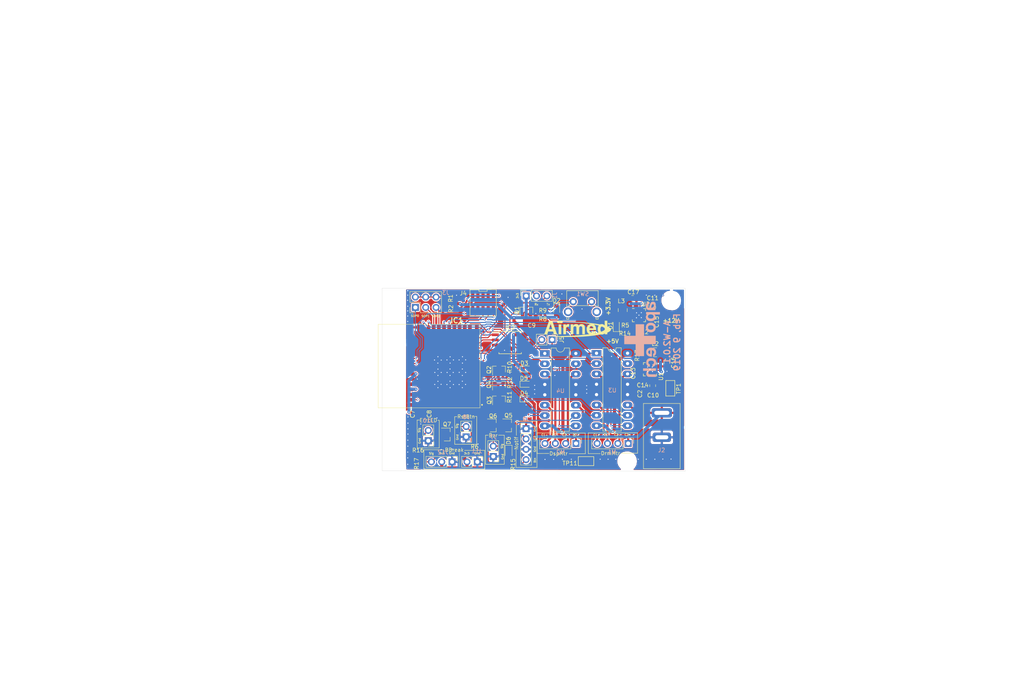
<source format=kicad_pcb>
(kicad_pcb (version 20171130) (host pcbnew "(6.0.0-rc1-dev-1030-g80d50d98b)")
  (layers (0 F.Cu signal) (31 B.Cu signal) (34 B.Paste user) (35 F.Paste user) (36 B.SilkS user) (37 F.SilkS user) (38 B.Mask user) (39 F.Mask user) (44 Edge.Cuts user))
  (net 0 "")
  (net 1 "Net-(IC1-Pad45)")
  (net 2 "Net-(IC1-Pad41)")
  (net 3 "Net-(IC1-Pad39)")
  (net 4 "Net-(IC1-Pad33)")
  (net 5 "Net-(IC1-Pad31)")
  (net 6 "Net-(IC1-Pad29)")
  (net 7 "Net-(IC1-Pad20)")
  (net 8 GND)
  (net 9 /GPIO9)
  (net 10 /GPIO8)
  (net 11 /GPIO7)
  (net 12 /GPIO6)
  (net 13 /GPIO5)
  (net 14 /GPIO4)
  (net 15 /GPIO3)
  (net 16 /GPIO2)
  (net 17 /GPIO1)
  (net 18 /GPIO0)
  (net 19 /GPIO30)
  (net 20 /nRESET)
  (net 21 /SOP0)
  (net 22 /GPIO27)
  (net 23 /GPIO26)
  (net 24 /SOP1)
  (net 25 /SOP2)
  (net 26 /JTAG_TMS)
  (net 27 /JTAG_TCK)
  (net 28 /GPIO28)
  (net 29 /JTAG_TDO)
  (net 30 /FLASH_MOSI)
  (net 31 /FLASH_CLK)
  (net 32 /FLASH_nCS)
  (net 33 /FLASH_MISO)
  (net 34 /JTAG_TDI)
  (net 35 /GPIO22)
  (net 36 /GPIO13)
  (net 37 /GPIO12)
  (net 38 /GPIO17)
  (net 39 /GPIO16)
  (net 40 /GPIO15)
  (net 41 /GPIO14)
  (net 42 /GPIO11)
  (net 43 /GPIO10)
  (net 44 +12V)
  (net 45 "Net-(D2-Pad1)")
  (net 46 "Net-(D3-Pad1)")
  (net 47 "Net-(D4-Pad1)")
  (net 48 "Net-(D5-Pad1)")
  (net 49 "Net-(J4-Pad1)")
  (net 50 "Net-(R8-Pad1)")
  (net 51 "Net-(Q1-Pad3)")
  (net 52 "Net-(Q2-Pad3)")
  (net 53 "Net-(Q3-Pad3)")
  (net 54 "Net-(Q4-Pad3)")
  (net 55 "Net-(J3-Pad2)")
  (net 56 +3V3)
  (net 57 "Net-(C14-Pad1)")
  (net 58 "Net-(C15-Pad1)")
  (net 59 +5V)
  (net 60 "Net-(L2-Pad1)")
  (net 61 "Net-(L3-Pad1)")
  (net 62 "Net-(R13-Pad2)")
  (net 63 "Net-(R14-Pad2)")
  (net 64 "Net-(D1-Pad1)")
  (net 65 "Net-(D6-Pad1)")
  (net 66 "Net-(J9-Pad2)")
  (net 67 "Net-(M1-Pad4)")
  (net 68 "Net-(M1-Pad3)")
  (net 69 "Net-(M1-Pad2)")
  (net 70 "Net-(M1-Pad1)")
  (net 71 "Net-(M2-Pad1)")
  (net 72 "Net-(M2-Pad2)")
  (net 73 "Net-(M2-Pad3)")
  (net 74 "Net-(M2-Pad4)")
  (net 75 "Net-(J10-Pad2)")
  (net 76 "Net-(Q7-Pad2)")
  (net 77 "Net-(IC2-Pad5)")
  (module Connector_PinHeader_2.54mm:PinHeader_1x02_P2.54mm_Vertical (layer F.Cu) (at 155.2448 103.0986 270)
    (fp_text reference J5 (at 0 -2.33 270) (layer F.SilkS))
    (fp_text value Conn_01x02_Male)
    (pad 2 thru_hole oval (at 0 2.54 270) (size 1.7 1.7) (drill 1) (layers *.Cu *.Mask) (net 77 "Net-(IC2-Pad5)"))
    (pad 1 thru_hole rect (at 0 0 270) (size 1.7 1.7) (drill 1) (layers *.Cu *.Mask) (net 30 /FLASH_MOSI))
  )
  (module TestPoint:TestPoint_Keystone_5015_Micro-Minature (layer F.Cu) (at 184.2516 115.0366 90)
    (fp_text reference TP1 (at -0.1016 2.032 90) (layer F.SilkS))
    (fp_text value TestPoint_Flag)
    (pad 1 smd rect (at 0 0 90) (size 3.4 1.8) (layers F.Cu F.Paste F.Mask) (net 44 +12V))
  )
  (module Package_TO_SOT_SMD:SOT-23 (layer F.Cu) (at 129.4384 126.3904)
    (fp_text reference Q7 (at 0 -2.5) (layer F.SilkS))
    (fp_text value Q_NMOS_GSD)
    (pad 3 smd rect (at 1 0) (size 0.9 0.8) (layers F.Cu F.Paste F.Mask) (net 56 +3V3))
    (pad 2 smd rect (at -1 0.95) (size 0.9 0.8) (layers F.Cu F.Paste F.Mask) (net 76 "Net-(Q7-Pad2)"))
    (pad 1 smd rect (at -1 -0.95) (size 0.9 0.8) (layers F.Cu F.Paste F.Mask) (net 17 /GPIO1))
  )
  (module Package_SO:SOIJ-8_5.3x5.3mm_P1.27mm (layer F.Cu) (at 144.9324 103.8098)
    (fp_text reference IC2 (at 0 -3.68) (layer F.SilkS))
    (fp_text value MX25R3235FM1IL0)
    (pad 8 smd rect (at 3.65 -1.905) (size 1.7 0.65) (layers F.Cu F.Paste F.Mask) (net 56 +3V3))
    (pad 7 smd rect (at 3.65 -0.635) (size 1.7 0.65) (layers F.Cu F.Paste F.Mask) (net 56 +3V3))
    (pad 6 smd rect (at 3.65 0.635) (size 1.7 0.65) (layers F.Cu F.Paste F.Mask) (net 31 /FLASH_CLK))
    (pad 5 smd rect (at 3.65 1.905) (size 1.7 0.65) (layers F.Cu F.Paste F.Mask) (net 77 "Net-(IC2-Pad5)"))
    (pad 4 smd rect (at -3.65 1.905) (size 1.7 0.65) (layers F.Cu F.Paste F.Mask) (net 8 GND))
    (pad 3 smd rect (at -3.65 0.635) (size 1.7 0.65) (layers F.Cu F.Paste F.Mask) (net 56 +3V3))
    (pad 2 smd rect (at -3.65 -0.635) (size 1.7 0.65) (layers F.Cu F.Paste F.Mask) (net 33 /FLASH_MISO))
    (pad 1 smd rect (at -3.65 -1.905) (size 1.7 0.65) (layers F.Cu F.Paste F.Mask) (net 32 /FLASH_nCS))
  )
  (module Connector_PinHeader_2.54mm:PinHeader_1x04_P2.54mm_Vertical (layer F.Cu) (at 148.844 124.9426)
    (fp_text reference J9 (at 0 -2.33) (layer B.SilkS) (effects (justify mirror)))
    (fp_text value Conn_01x04_Male)
    (pad 4 thru_hole oval (at 0 7.62) (size 1.7 1.7) (drill 1) (layers *.Cu *.Mask) (net 14 /GPIO4))
    (pad 3 thru_hole oval (at 0 5.08) (size 1.7 1.7) (drill 1) (layers *.Cu *.Mask) (net 8 GND))
    (pad 2 thru_hole oval (at 0 2.54) (size 1.7 1.7) (drill 1) (layers *.Cu *.Mask) (net 66 "Net-(J9-Pad2)"))
    (pad 1 thru_hole rect (at 0 0) (size 1.7 1.7) (drill 1) (layers *.Cu *.Mask) (net 8 GND))
  )
  (module Package_TO_SOT_SMD:SOT-23 (layer F.Cu) (at 144.5006 124.1552)
    (fp_text reference Q5 (at 0.0254 -2.4384 180) (layer F.SilkS))
    (fp_text value Q_NMOS_GSD)
    (pad 3 smd rect (at 1 0) (size 0.9 0.8) (layers F.Cu F.Paste F.Mask) (net 44 +12V))
    (pad 2 smd rect (at -1 0.95) (size 0.9 0.8) (layers F.Cu F.Paste F.Mask) (net 66 "Net-(J9-Pad2)"))
    (pad 1 smd rect (at -1 -0.95) (size 0.9 0.8) (layers F.Cu F.Paste F.Mask) (net 12 /GPIO6))
  )
  (module Connector_PinSocket_2.54mm:PinSocket_1x03_P2.54mm_Vertical (layer F.Cu) (at 148.8694 92.3544 90)
    (fp_text reference J1 (at 0.0762 7.0358 90) (layer B.SilkS) (effects (justify mirror)))
    (fp_text value Conn_01x03_Male)
    (pad 3 thru_hole oval (at 0 5.08 90) (size 1.7 1.7) (drill 1) (layers *.Cu *.Mask) (net 37 /GPIO12))
    (pad 2 thru_hole oval (at 0 2.54 90) (size 1.7 1.7) (drill 1) (layers *.Cu *.Mask) (net 36 /GPIO13))
    (pad 1 thru_hole rect (at 0 0 90) (size 1.7 1.7) (drill 1) (layers *.Cu *.Mask) (net 56 +3V3))
  )
  (module TestPoint:TestPoint_Keystone_5015_Micro-Minature (layer F.Cu) (at 163.5633 132.9309)
    (fp_text reference TP11 (at -3.9497 0.5207) (layer F.SilkS))
    (fp_text value TestPoint_Flag)
    (pad 1 smd rect (at 0 0) (size 3.4 1.8) (layers F.Cu F.Paste F.Mask) (net 8 GND))
  )
  (module Connector_PinHeader_2.54mm:PinHeader_1x02_P2.54mm_Vertical (layer F.Cu) (at 124.834477 127.914337 180)
    (fp_text reference J10 (at 0 4.953) (layer B.SilkS) (effects (justify mirror)))
    (fp_text value Conn_01x02_Male)
    (pad 2 thru_hole oval (at 0 2.54 180) (size 1.7 1.7) (drill 1) (layers *.Cu *.Mask) (net 75 "Net-(J10-Pad2)"))
    (pad 1 thru_hole rect (at 0 0 180) (size 1.7 1.7) (drill 1) (layers *.Cu *.Mask) (net 8 GND))
  )
  (module Package_DIP:DIP-16_W7.62mm_LongPads (layer F.Cu) (at 166.140644 106.435512)
    (fp_text reference U3 (at 3.886956 9.109088) (layer B.SilkS) (effects (justify mirror)))
    (fp_text value sn754410)
    (pad 16 thru_hole oval (at 7.62 0) (size 2.4 1.6) (drill 0.8) (layers *.Cu *.Mask) (net 59 +5V))
    (pad 8 thru_hole oval (at 0 17.78) (size 2.4 1.6) (drill 0.8) (layers *.Cu *.Mask) (net 59 +5V))
    (pad 15 thru_hole oval (at 7.62 2.54) (size 2.4 1.6) (drill 0.8) (layers *.Cu *.Mask) (net 28 /GPIO28))
    (pad 7 thru_hole oval (at 0 15.24) (size 2.4 1.6) (drill 0.8) (layers *.Cu *.Mask) (net 41 /GPIO14))
    (pad 14 thru_hole oval (at 7.62 5.08) (size 2.4 1.6) (drill 0.8) (layers *.Cu *.Mask) (net 69 "Net-(M1-Pad2)"))
    (pad 6 thru_hole oval (at 0 12.7) (size 2.4 1.6) (drill 0.8) (layers *.Cu *.Mask) (net 67 "Net-(M1-Pad4)"))
    (pad 13 thru_hole oval (at 7.62 7.62) (size 2.4 1.6) (drill 0.8) (layers *.Cu *.Mask) (net 8 GND))
    (pad 5 thru_hole oval (at 0 10.16) (size 2.4 1.6) (drill 0.8) (layers *.Cu *.Mask) (net 8 GND))
    (pad 12 thru_hole oval (at 7.62 10.16) (size 2.4 1.6) (drill 0.8) (layers *.Cu *.Mask) (net 8 GND))
    (pad 4 thru_hole oval (at 0 7.62) (size 2.4 1.6) (drill 0.8) (layers *.Cu *.Mask) (net 8 GND))
    (pad 11 thru_hole oval (at 7.62 12.7) (size 2.4 1.6) (drill 0.8) (layers *.Cu *.Mask) (net 70 "Net-(M1-Pad1)"))
    (pad 3 thru_hole oval (at 0 5.08) (size 2.4 1.6) (drill 0.8) (layers *.Cu *.Mask) (net 68 "Net-(M1-Pad3)"))
    (pad 10 thru_hole oval (at 7.62 15.24) (size 2.4 1.6) (drill 0.8) (layers *.Cu *.Mask) (net 40 /GPIO15))
    (pad 2 thru_hole oval (at 0 2.54) (size 2.4 1.6) (drill 0.8) (layers *.Cu *.Mask) (net 35 /GPIO22))
    (pad 9 thru_hole oval (at 7.62 17.78) (size 2.4 1.6) (drill 0.8) (layers *.Cu *.Mask) (net 23 /GPIO26))
    (pad 1 thru_hole rect (at 0 0) (size 2.4 1.6) (drill 0.8) (layers *.Cu *.Mask) (net 23 /GPIO26))
  )
  (module Connector_PinSocket_1.27mm:PinSocket_2x05_P1.27mm_Vertical_SMD (layer F.Cu) (at 138.2776 94.1324 90)
    (fp_text reference J4 (at 2.4003 -4.8514 180) (layer F.SilkS))
    (fp_text value Conn_02x05_Odd_Even)
    (pad 9 smd rect (at 1.8 -2.54 90) (size 2.1 0.75) (layers F.Cu F.Paste F.Mask) (net 8 GND))
    (pad 10 smd rect (at -1.8 -2.54 270) (size 2.1 0.75) (layers F.Cu F.Paste F.Mask) (net 20 /nRESET))
    (pad 7 smd rect (at 1.8 -1.27 90) (size 2.1 0.75) (layers F.Cu F.Paste F.Mask) (net 8 GND))
    (pad 8 smd rect (at -1.8 -1.27 90) (size 2.1 0.75) (layers F.Cu F.Paste F.Mask) (net 34 /JTAG_TDI))
    (pad 5 smd rect (at 1.8 0 90) (size 2.1 0.75) (layers F.Cu F.Paste F.Mask) (net 8 GND))
    (pad 6 smd rect (at -1.8 0 90) (size 2.1 0.75) (layers F.Cu F.Paste F.Mask) (net 29 /JTAG_TDO))
    (pad 3 smd rect (at 1.8 1.27 90) (size 2.1 0.75) (layers F.Cu F.Paste F.Mask) (net 8 GND))
    (pad 4 smd rect (at -1.8 1.27 90) (size 2.1 0.75) (layers F.Cu F.Paste F.Mask) (net 27 /JTAG_TCK))
    (pad 1 smd rect (at 1.8 2.54 90) (size 2.1 0.75) (layers F.Cu F.Paste F.Mask) (net 49 "Net-(J4-Pad1)"))
    (pad 2 smd rect (at -1.8 2.54 90) (size 2.1 0.75) (layers F.Cu F.Paste F.Mask) (net 26 /JTAG_TMS))
  )
  (module Connector_PinHeader_2.54mm:PinHeader_1x02_P2.54mm_Vertical (layer F.Cu) (at 134.1374 126.9746 180)
    (fp_text reference J8 (at 0 4.8895 180) (layer B.SilkS) (effects (justify mirror)))
    (fp_text value Conn_01x02_Male)
    (pad 2 thru_hole oval (at 0 2.54 180) (size 1.7 1.7) (drill 1) (layers *.Cu *.Mask) (net 15 /GPIO3))
    (pad 1 thru_hole rect (at 0 0 180) (size 1.7 1.7) (drill 1) (layers *.Cu *.Mask) (net 8 GND))
  )
  (module Connector_PinHeader_2.54mm:PinHeader_1x03_P2.54mm_Vertical (layer F.Cu) (at 130.683 133.096 270)
    (fp_text reference J12 (at -2.3622 2.2352) (layer B.SilkS) (effects (justify mirror)))
    (fp_text value Conn_01x03_Male)
    (pad 3 thru_hole oval (at 0 5.08 270) (size 1.7 1.7) (drill 1) (layers *.Cu *.Mask) (net 16 /GPIO2))
    (pad 2 thru_hole oval (at 0 2.54 270) (size 1.7 1.7) (drill 1) (layers *.Cu *.Mask) (net 56 +3V3))
    (pad 1 thru_hole rect (at 0 0 270) (size 1.7 1.7) (drill 1) (layers *.Cu *.Mask) (net 8 GND))
  )
  (module Connector_PinHeader_2.54mm:PinHeader_1x02_P2.54mm_Vertical (layer F.Cu) (at 136.8806 133.096 270)
    (fp_text reference J11 (at -2.6289 0.127) (layer B.SilkS) (effects (justify mirror)))
    (fp_text value Conn_01x02_Male)
    (pad 2 thru_hole oval (at 0 2.54 270) (size 1.7 1.7) (drill 1) (layers *.Cu *.Mask) (net 56 +3V3))
    (pad 1 thru_hole rect (at 0 0 270) (size 1.7 1.7) (drill 1) (layers *.Cu *.Mask) (net 8 GND))
  )
  (module Connector_PinHeader_2.54mm:PinHeader_1x02_P2.54mm_Vertical (layer F.Cu) (at 140.7922 131.7752 180)
    (fp_text reference J7 (at -0.0508 4.699 180) (layer B.SilkS) (effects (justify mirror)))
    (fp_text value Conn_01x02_Male)
    (pad 2 thru_hole oval (at 0 2.54 180) (size 1.7 1.7) (drill 1) (layers *.Cu *.Mask) (net 65 "Net-(D6-Pad1)"))
    (pad 1 thru_hole rect (at 0 0 180) (size 1.7 1.7) (drill 1) (layers *.Cu *.Mask) (net 8 GND))
  )
  (module Resistor_SMD:R_0402_1005Metric (layer F.Cu) (at 123.1646 133.5786 270)
    (fp_text reference R17 (at -0.0381 1.2192 270) (layer F.SilkS))
    (fp_text value 1K)
    (pad 2 smd roundrect (at 0.485 0 270) (size 0.59 0.64) (layers F.Cu F.Paste F.Mask) (net 56 +3V3))
    (pad 1 smd roundrect (at -0.485 0 270) (size 0.59 0.64) (layers F.Cu F.Paste F.Mask) (net 16 /GPIO2))
  )
  (module Resistor_SMD:R_0402_1005Metric (layer F.Cu) (at 124.783677 130.301937 180)
    (fp_text reference R16 (at 2.4384 0.0381 180) (layer F.SilkS))
    (fp_text value 100)
    (pad 2 smd roundrect (at 0.485 0 180) (size 0.59 0.64) (layers F.Cu F.Paste F.Mask) (net 75 "Net-(J10-Pad2)"))
    (pad 1 smd roundrect (at -0.485 0 180) (size 0.59 0.64) (layers F.Cu F.Paste F.Mask) (net 76 "Net-(Q7-Pad2)"))
  )
  (module Resistor_SMD:R_0402_1005Metric (layer F.Cu) (at 144.4244 134.0866 270)
    (fp_text reference R15 (at -0.3556 -1.2319 270) (layer F.SilkS))
    (fp_text value 1K)
    (pad 2 smd roundrect (at 0.485 0 270) (size 0.59 0.64) (layers F.Cu F.Paste F.Mask) (net 56 +3V3))
    (pad 1 smd roundrect (at -0.485 0 270) (size 0.59 0.64) (layers F.Cu F.Paste F.Mask) (net 14 /GPIO4))
  )
  (module Resistor_SMD:R_0402_1005Metric (layer F.Cu) (at 134.2644 129.3622 180)
    (fp_text reference R6 (at -1.9558 -0.0254 180) (layer F.SilkS))
    (fp_text value 1K)
    (pad 2 smd roundrect (at 0.485 0 180) (size 0.59 0.64) (layers F.Cu F.Paste F.Mask) (net 56 +3V3))
    (pad 1 smd roundrect (at -0.485 0 180) (size 0.59 0.64) (layers F.Cu F.Paste F.Mask) (net 15 /GPIO3))
  )
  (module Package_TO_SOT_SMD:SOT-23 (layer F.Cu) (at 140.7414 124.1552)
    (fp_text reference Q6 (at 0 -2.3114) (layer F.SilkS))
    (fp_text value Q_NMOS_GSD)
    (pad 3 smd rect (at 1 0) (size 0.9 0.8) (layers F.Cu F.Paste F.Mask) (net 44 +12V))
    (pad 2 smd rect (at -1 0.95) (size 0.9 0.8) (layers F.Cu F.Paste F.Mask) (net 65 "Net-(D6-Pad1)"))
    (pad 1 smd rect (at -1 -0.95) (size 0.9 0.8) (layers F.Cu F.Paste F.Mask) (net 13 /GPIO5))
  )
  (module Connector_PinHeader_2.54mm:PinHeader_1x04_P2.54mm_Vertical (layer F.Cu) (at 173.913044 128.584312 270)
    (fp_text reference M1 (at 2.149488 4.012444) (layer B.SilkS) (effects (justify mirror)))
    (fp_text value Stepper_Motor_bipolar)
    (pad 4 thru_hole oval (at 0 7.62 270) (size 1.7 1.7) (drill 1) (layers *.Cu *.Mask) (net 67 "Net-(M1-Pad4)"))
    (pad 3 thru_hole oval (at 0 5.08 270) (size 1.7 1.7) (drill 1) (layers *.Cu *.Mask) (net 68 "Net-(M1-Pad3)"))
    (pad 2 thru_hole oval (at 0 2.54 270) (size 1.7 1.7) (drill 1) (layers *.Cu *.Mask) (net 69 "Net-(M1-Pad2)"))
    (pad 1 thru_hole rect (at 0 0 270) (size 1.7 1.7) (drill 1) (layers *.Cu *.Mask) (net 70 "Net-(M1-Pad1)"))
  )
  (module Diode_SMD:D_SOD-323F (layer F.Cu) (at 144.5514 130.5306 270)
    (fp_text reference D6 (at -2.6543 0.0127 270) (layer F.SilkS))
    (fp_text value 1N4148)
    (pad 2 smd rect (at 1.1 0 270) (size 0.5 0.5) (layers F.Cu F.Paste F.Mask) (net 8 GND))
    (pad 1 smd rect (at -1.1 0 270) (size 0.5 0.5) (layers F.Cu F.Paste F.Mask) (net 65 "Net-(D6-Pad1)"))
  )
  (module Button_Switch_THT:SW_Tactile_SPST_Angled_PTS645Vx39-2LFS (layer F.Cu) (at 160.4264 93.7768)
    (fp_text reference SW1 (at 2.3114 -1.8923) (layer B.SilkS) (effects (justify mirror)))
    (fp_text value SW_Push)
    (pad "" thru_hole circle (at -1.25 2.49) (size 2.1 2.1) (drill 1.3) (layers *.Cu *.Mask))
    (pad 1 thru_hole circle (at 0 0) (size 1.75 1.75) (drill 0.99) (layers *.Cu *.Mask) (net 20 /nRESET))
    (pad 2 thru_hole circle (at 4.5 0) (size 1.75 1.75) (drill 0.99) (layers *.Cu *.Mask) (net 50 "Net-(R8-Pad1)"))
    (pad "" thru_hole circle (at 5.76 2.49) (size 2.1 2.1) (drill 1.3) (layers *.Cu *.Mask))
  )
  (module Resistor_SMD:R_0402_1005Metric (layer F.Cu) (at 173.1264 100.4316)
    (fp_text reference R5 (at 0.0635 -0.8509) (layer F.SilkS))
    (fp_text value 68)
    (pad 2 smd roundrect (at 0.485 0) (size 0.59 0.64) (layers F.Cu F.Paste F.Mask) (net 8 GND))
    (pad 1 smd roundrect (at -0.485 0) (size 0.59 0.64) (layers F.Cu F.Paste F.Mask) (net 64 "Net-(D1-Pad1)"))
  )
  (module LED_SMD:LED_0603_1608Metric (layer F.Cu) (at 170.992464 99.631208 90)
    (fp_text reference D1 (at 0 -1.43 90) (layer F.SilkS))
    (fp_text value LED)
    (pad 2 smd roundrect (at 0.7875 0 90) (size 0.875 0.95) (layers F.Cu F.Paste F.Mask) (net 56 +3V3))
    (pad 1 smd roundrect (at -0.7875 0 90) (size 0.875 0.95) (layers F.Cu F.Paste F.Mask) (net 64 "Net-(D1-Pad1)"))
  )
  (module CC3220MODASF12MONR:CC3220MODASM2MONR (layer F.Cu) (at 128.7018 109.601 180)
    (fp_text reference IC1 (at -3.1496 11.2014 180) (layer F.SilkS) (effects (font (size 1.27 1.27) (thickness 0.254))))
    (fp_text value CC3220MODASF12MONR hide)
    (pad 63 smd rect (at 1.5 1.5 270) (size 2.1 2.1) (layers F.Cu F.Paste F.Mask) (net 8 GND))
    (pad 62 smd rect (at 1.5 -1.5 270) (size 2.1 2.1) (layers F.Cu F.Paste F.Mask) (net 8 GND))
    (pad 61 smd rect (at 1.5 -4.5 270) (size 2.1 2.1) (layers F.Cu F.Paste F.Mask) (net 8 GND))
    (pad 60 smd rect (at -1.5 1.5 270) (size 2.1 2.1) (layers F.Cu F.Paste F.Mask) (net 8 GND))
    (pad 59 smd rect (at -1.5 -1.5 270) (size 2.1 2.1) (layers F.Cu F.Paste F.Mask) (net 8 GND))
    (pad 58 smd rect (at -1.5 -4.5 270) (size 2.1 2.1) (layers F.Cu F.Paste F.Mask) (net 8 GND))
    (pad 57 smd rect (at -4.5 1.5 270) (size 2.1 2.1) (layers F.Cu F.Paste F.Mask) (net 8 GND))
    (pad 56 smd rect (at -4.5 -1.5 270) (size 2.1 2.1) (layers F.Cu F.Paste F.Mask) (net 8 GND))
    (pad 55 smd rect (at -4.5 -4.5 270) (size 2.1 2.1) (layers F.Cu F.Paste F.Mask) (net 8 GND))
    (pad 54 smd rect (at -6.35 -9.525 270) (size 0.9 0.9) (layers F.Cu F.Paste F.Mask) (net 9 /GPIO9))
    (pad 53 smd rect (at -5.08 -9.525 270) (size 0.9 0.9) (layers F.Cu F.Paste F.Mask) (net 10 /GPIO8))
    (pad 52 smd rect (at -3.81 -9.525 270) (size 0.9 0.9) (layers F.Cu F.Paste F.Mask) (net 11 /GPIO7))
    (pad 51 smd rect (at -2.54 -9.525 270) (size 0.9 0.9) (layers F.Cu F.Paste F.Mask) (net 12 /GPIO6))
    (pad 50 smd rect (at -1.27 -9.525 270) (size 0.9 0.9) (layers F.Cu F.Paste F.Mask) (net 13 /GPIO5))
    (pad 49 smd rect (at 0 -9.525 270) (size 0.9 0.9) (layers F.Cu F.Paste F.Mask) (net 14 /GPIO4))
    (pad 48 smd rect (at 1.27 -9.525 270) (size 0.9 0.9) (layers F.Cu F.Paste F.Mask) (net 15 /GPIO3))
    (pad 47 smd rect (at 2.54 -9.525 270) (size 0.9 0.9) (layers F.Cu F.Paste F.Mask) (net 16 /GPIO2))
    (pad 46 smd rect (at 3.81 -9.525 270) (size 0.9 0.9) (layers F.Cu F.Paste F.Mask) (net 17 /GPIO1))
    (pad 45 smd rect (at 5.08 -9.525 270) (size 0.9 0.9) (layers F.Cu F.Paste F.Mask) (net 1 "Net-(IC1-Pad45)"))
    (pad 44 smd rect (at 6.35 -9.525 270) (size 0.9 0.9) (layers F.Cu F.Paste F.Mask) (net 18 /GPIO0))
    (pad 43 smd rect (at 8.05 -9.525 270) (size 0.9 0.9) (layers F.Cu F.Paste F.Mask) (net 8 GND))
    (pad 42 smd rect (at 8.05 -8.255 270) (size 0.9 0.9) (layers F.Cu F.Paste F.Mask) (net 19 /GPIO30))
    (pad 41 smd rect (at 8.05 -6.985 270) (size 0.9 0.9) (layers F.Cu F.Paste F.Mask) (net 2 "Net-(IC1-Pad41)"))
    (pad 40 smd rect (at 8.05 -5.715 270) (size 0.9 0.9) (layers F.Cu F.Paste F.Mask) (net 56 +3V3))
    (pad 39 smd rect (at 8.05 -4.445 270) (size 0.9 0.9) (layers F.Cu F.Paste F.Mask) (net 3 "Net-(IC1-Pad39)"))
    (pad 38 smd rect (at 8.05 -3.175 270) (size 0.9 0.9) (layers F.Cu F.Paste F.Mask) (net 8 GND))
    (pad 37 smd rect (at 8.05 -1.905 270) (size 0.9 0.9) (layers F.Cu F.Paste F.Mask) (net 56 +3V3))
    (pad 36 smd rect (at 8.05 -0.635 270) (size 0.9 0.9) (layers F.Cu F.Paste F.Mask) (net 56 +3V3))
    (pad 35 smd rect (at 8.05 0.635 270) (size 0.9 0.9) (layers F.Cu F.Paste F.Mask) (net 20 /nRESET))
    (pad 34 smd rect (at 8.05 1.905 270) (size 0.9 0.9) (layers F.Cu F.Paste F.Mask) (net 21 /SOP0))
    (pad 33 smd rect (at 8.05 3.175 270) (size 0.9 0.9) (layers F.Cu F.Paste F.Mask) (net 4 "Net-(IC1-Pad33)"))
    (pad 32 smd rect (at 8.05 4.445 270) (size 0.9 0.9) (layers F.Cu F.Paste F.Mask) (net 8 GND))
    (pad 31 smd rect (at 8.05 5.715 270) (size 0.9 0.9) (layers F.Cu F.Paste F.Mask) (net 5 "Net-(IC1-Pad31)"))
    (pad 30 smd rect (at 8.05 6.985 270) (size 0.9 0.9) (layers F.Cu F.Paste F.Mask) (net 8 GND))
    (pad 29 smd rect (at 8.05 8.255 270) (size 0.9 0.9) (layers F.Cu F.Paste F.Mask) (net 6 "Net-(IC1-Pad29)"))
    (pad 28 smd rect (at 8.05 9.525 270) (size 0.9 0.9) (layers F.Cu F.Paste F.Mask) (net 8 GND))
    (pad 27 smd rect (at 6.35 9.525 270) (size 0.9 0.9) (layers F.Cu F.Paste F.Mask) (net 8 GND))
    (pad 26 smd rect (at 5.08 9.525 270) (size 0.9 0.9) (layers F.Cu F.Paste F.Mask) (net 22 /GPIO27))
    (pad 25 smd rect (at 3.81 9.525 270) (size 0.9 0.9) (layers F.Cu F.Paste F.Mask) (net 23 /GPIO26))
    (pad 24 smd rect (at 2.54 9.525 270) (size 0.9 0.9) (layers F.Cu F.Paste F.Mask) (net 24 /SOP1))
    (pad 23 smd rect (at 1.27 9.525 270) (size 0.9 0.9) (layers F.Cu F.Paste F.Mask) (net 25 /SOP2))
    (pad 22 smd rect (at 0 9.525 270) (size 0.9 0.9) (layers F.Cu F.Paste F.Mask) (net 26 /JTAG_TMS))
    (pad 21 smd rect (at -1.27 9.525 270) (size 0.9 0.9) (layers F.Cu F.Paste F.Mask) (net 27 /JTAG_TCK))
    (pad 20 smd rect (at -2.54 9.525 270) (size 0.9 0.9) (layers F.Cu F.Paste F.Mask) (net 7 "Net-(IC1-Pad20)"))
    (pad 19 smd rect (at -3.81 9.525 270) (size 0.9 0.9) (layers F.Cu F.Paste F.Mask) (net 28 /GPIO28))
    (pad 18 smd rect (at -5.08 9.525 270) (size 0.9 0.9) (layers F.Cu F.Paste F.Mask) (net 29 /JTAG_TDO))
    (pad 17 smd rect (at -6.35 9.525 270) (size 0.9 0.9) (layers F.Cu F.Paste F.Mask) (net 30 /FLASH_MOSI))
    (pad 16 smd rect (at -8.05 9.525 270) (size 0.9 0.9) (layers F.Cu F.Paste F.Mask) (net 8 GND))
    (pad 15 smd rect (at -8.05 8.255 270) (size 0.9 0.9) (layers F.Cu F.Paste F.Mask) (net 31 /FLASH_CLK))
    (pad 14 smd rect (at -8.05 6.985 270) (size 0.9 0.9) (layers F.Cu F.Paste F.Mask) (net 32 /FLASH_nCS))
    (pad 13 smd rect (at -8.05 5.715 270) (size 0.9 0.9) (layers F.Cu F.Paste F.Mask) (net 33 /FLASH_MISO))
    (pad 12 smd rect (at -8.05 4.445 270) (size 0.9 0.9) (layers F.Cu F.Paste F.Mask) (net 34 /JTAG_TDI))
    (pad 11 smd rect (at -8.05 3.175 270) (size 0.9 0.9) (layers F.Cu F.Paste F.Mask) (net 35 /GPIO22))
    (pad 10 smd rect (at -8.05 1.905 270) (size 0.9 0.9) (layers F.Cu F.Paste F.Mask) (net 36 /GPIO13))
    (pad 9 smd rect (at -8.05 0.635 270) (size 0.9 0.9) (layers F.Cu F.Paste F.Mask) (net 37 /GPIO12))
    (pad 8 smd rect (at -8.05 -0.635 270) (size 0.9 0.9) (layers F.Cu F.Paste F.Mask) (net 38 /GPIO17))
    (pad 7 smd rect (at -8.05 -1.905 270) (size 0.9 0.9) (layers F.Cu F.Paste F.Mask) (net 39 /GPIO16))
    (pad 6 smd rect (at -8.05 -3.175 270) (size 0.9 0.9) (layers F.Cu F.Paste F.Mask) (net 40 /GPIO15))
    (pad 5 smd rect (at -8.05 -4.445 270) (size 0.9 0.9) (layers F.Cu F.Paste F.Mask) (net 41 /GPIO14))
    (pad 4 smd rect (at -8.05 -5.715 270) (size 0.9 0.9) (layers F.Cu F.Paste F.Mask) (net 42 /GPIO11))
    (pad 3 smd rect (at -8.05 -6.985 270) (size 0.9 0.9) (layers F.Cu F.Paste F.Mask) (net 43 /GPIO10))
    (pad 2 smd rect (at -8.05 -8.255 270) (size 0.9 0.9) (layers F.Cu F.Paste F.Mask) (net 8 GND))
    (pad 1 smd rect (at -8.05 -9.525 270) (size 0.9 0.9) (layers F.Cu F.Paste F.Mask) (net 8 GND))
  )
  (module Package_DFN_QFN:QFN-16-1EP_3x3mm_P0.5mm_EP1.8x1.8mm (layer F.Cu) (at 176.555064 97.091208)
    (fp_text reference U2 (at 1.6764 -2.7178) (layer F.SilkS))
    (fp_text value TPS62132)
    (pad 17 smd rect (at 0 0) (size 1.8 1.8) (layers F.Cu F.Mask) (net 8 GND))
    (pad 16 smd oval (at -0.75 -1.475 90) (size 0.75 0.3) (layers F.Cu F.Paste F.Mask) (net 8 GND))
    (pad 15 smd oval (at -0.25 -1.475 90) (size 0.75 0.3) (layers F.Cu F.Paste F.Mask) (net 8 GND))
    (pad 14 smd oval (at 0.25 -1.475 90) (size 0.75 0.3) (layers F.Cu F.Paste F.Mask) (net 56 +3V3))
    (pad 13 smd oval (at 0.75 -1.475 90) (size 0.75 0.3) (layers F.Cu F.Paste F.Mask) (net 44 +12V))
    (pad 12 smd oval (at 1.475 -0.75) (size 0.75 0.3) (layers F.Cu F.Paste F.Mask) (net 44 +12V))
    (pad 11 smd oval (at 1.475 -0.25) (size 0.75 0.3) (layers F.Cu F.Paste F.Mask) (net 44 +12V))
    (pad 10 smd oval (at 1.475 0.25) (size 0.75 0.3) (layers F.Cu F.Paste F.Mask) (net 44 +12V))
    (pad 9 smd oval (at 1.475 0.75) (size 0.75 0.3) (layers F.Cu F.Paste F.Mask) (net 58 "Net-(C15-Pad1)"))
    (pad 8 smd oval (at 0.75 1.475 90) (size 0.75 0.3) (layers F.Cu F.Paste F.Mask) (net 8 GND))
    (pad 7 smd oval (at 0.25 1.475 90) (size 0.75 0.3) (layers F.Cu F.Paste F.Mask) (net 8 GND))
    (pad 6 smd oval (at -0.25 1.475 90) (size 0.75 0.3) (layers F.Cu F.Paste F.Mask) (net 8 GND))
    (pad 5 smd oval (at -0.75 1.475 90) (size 0.75 0.3) (layers F.Cu F.Paste F.Mask) (net 8 GND))
    (pad 4 smd oval (at -1.475 0.75) (size 0.75 0.3) (layers F.Cu F.Paste F.Mask) (net 63 "Net-(R14-Pad2)"))
    (pad 3 smd oval (at -1.475 0.25) (size 0.75 0.3) (layers F.Cu F.Paste F.Mask) (net 61 "Net-(L3-Pad1)"))
    (pad 2 smd oval (at -1.475 -0.25) (size 0.75 0.3) (layers F.Cu F.Paste F.Mask) (net 61 "Net-(L3-Pad1)"))
    (pad 1 smd oval (at -1.475 -0.75) (size 0.75 0.3) (layers F.Cu F.Paste F.Mask) (net 61 "Net-(L3-Pad1)"))
  )
  (module Package_DFN_QFN:QFN-16-1EP_3x3mm_P0.5mm_EP1.8x1.8mm (layer F.Cu) (at 179.271972 110.374612 270)
    (fp_text reference U1 (at 1.778 -2.6924 270) (layer F.SilkS))
    (fp_text value TPS62133)
    (pad 17 smd rect (at 0 0 270) (size 1.8 1.8) (layers F.Cu F.Mask) (net 8 GND))
    (pad 16 smd oval (at -0.75 -1.475) (size 0.75 0.3) (layers F.Cu F.Paste F.Mask) (net 8 GND))
    (pad 15 smd oval (at -0.25 -1.475) (size 0.75 0.3) (layers F.Cu F.Paste F.Mask) (net 8 GND))
    (pad 14 smd oval (at 0.25 -1.475) (size 0.75 0.3) (layers F.Cu F.Paste F.Mask) (net 59 +5V))
    (pad 13 smd oval (at 0.75 -1.475) (size 0.75 0.3) (layers F.Cu F.Paste F.Mask) (net 44 +12V))
    (pad 12 smd oval (at 1.475 -0.75 270) (size 0.75 0.3) (layers F.Cu F.Paste F.Mask) (net 44 +12V))
    (pad 11 smd oval (at 1.475 -0.25 270) (size 0.75 0.3) (layers F.Cu F.Paste F.Mask) (net 44 +12V))
    (pad 10 smd oval (at 1.475 0.25 270) (size 0.75 0.3) (layers F.Cu F.Paste F.Mask) (net 44 +12V))
    (pad 9 smd oval (at 1.475 0.75 270) (size 0.75 0.3) (layers F.Cu F.Paste F.Mask) (net 57 "Net-(C14-Pad1)"))
    (pad 8 smd oval (at 0.75 1.475) (size 0.75 0.3) (layers F.Cu F.Paste F.Mask) (net 8 GND))
    (pad 7 smd oval (at 0.25 1.475) (size 0.75 0.3) (layers F.Cu F.Paste F.Mask) (net 8 GND))
    (pad 6 smd oval (at -0.25 1.475) (size 0.75 0.3) (layers F.Cu F.Paste F.Mask) (net 8 GND))
    (pad 5 smd oval (at -0.75 1.475) (size 0.75 0.3) (layers F.Cu F.Paste F.Mask) (net 8 GND))
    (pad 4 smd oval (at -1.475 0.75 270) (size 0.75 0.3) (layers F.Cu F.Paste F.Mask) (net 62 "Net-(R13-Pad2)"))
    (pad 3 smd oval (at -1.475 0.25 270) (size 0.75 0.3) (layers F.Cu F.Paste F.Mask) (net 60 "Net-(L2-Pad1)") (clearance 0.127))
    (pad 2 smd oval (at -1.475 -0.25 270) (size 0.75 0.3) (layers F.Cu F.Paste F.Mask) (net 60 "Net-(L2-Pad1)"))
    (pad 1 smd oval (at -1.475 -0.75 270) (size 0.75 0.3) (layers F.Cu F.Paste F.Mask) (net 60 "Net-(L2-Pad1)"))
  )
  (module Resistor_SMD:R_0402_1005Metric (layer F.Cu) (at 173.100664 98.742208)
    (fp_text reference R14 (at 0.000336 2.832392 180) (layer F.SilkS))
    (fp_text value 100K)
    (pad 2 smd roundrect (at 0.485 0) (size 0.59 0.64) (layers F.Cu F.Paste F.Mask) (net 63 "Net-(R14-Pad2)"))
    (pad 1 smd roundrect (at -0.485 0) (size 0.59 0.64) (layers F.Cu F.Paste F.Mask) (net 56 +3V3))
  )
  (module Resistor_SMD:R_0402_1005Metric (layer F.Cu) (at 177.519372 106.971012 270)
    (fp_text reference R13 (at 0.0254 1.397 270) (layer F.SilkS))
    (fp_text value 100K)
    (pad 2 smd roundrect (at 0.485 0 270) (size 0.59 0.64) (layers F.Cu F.Paste F.Mask) (net 62 "Net-(R13-Pad2)"))
    (pad 1 smd roundrect (at -0.485 0 270) (size 0.59 0.64) (layers F.Cu F.Paste F.Mask) (net 59 +5V))
  )
  (module Inductor_SMD:L_1008_2520Metric (layer F.Cu) (at 172.567264 95.846608 90)
    (fp_text reference L3 (at 2.222208 -0.355264 180) (layer F.SilkS))
    (fp_text value 2.2uH)
    (pad 2 smd rect (at 1 0 90) (size 0.8 2) (layers F.Cu F.Paste F.Mask) (net 56 +3V3))
    (pad 1 smd rect (at -1 0 90) (size 0.8 2) (layers F.Cu F.Paste F.Mask) (net 61 "Net-(L3-Pad1)"))
  )
  (module Inductor_SMD:L_1008_2520Metric (layer F.Cu) (at 180.516572 106.209012)
    (fp_text reference L2 (at 0.0254 -2.0828) (layer F.SilkS))
    (fp_text value 2.2uH)
    (pad 2 smd rect (at 1 0) (size 0.8 2) (layers F.Cu F.Paste F.Mask) (net 59 +5V))
    (pad 1 smd rect (at -1 0) (size 0.8 2) (layers F.Cu F.Paste F.Mask) (net 60 "Net-(L2-Pad1)"))
  )
  (module Capacitor_SMD:C_0805_2012Metric (layer F.Cu) (at 175.005664 92.976408)
    (fp_text reference C17 (at 0.178136 -1.561808) (layer F.SilkS))
    (fp_text value 22uF)
    (pad 1 smd roundrect (at -0.9375 0) (size 0.975 1.4) (layers F.Cu F.Paste F.Mask) (net 56 +3V3))
    (pad 2 smd roundrect (at 0.9375 0) (size 0.975 1.4) (layers F.Cu F.Paste F.Mask) (net 8 GND))
  )
  (module Capacitor_SMD:C_0805_2012Metric (layer F.Cu) (at 183.412172 108.721312 270)
    (fp_text reference C16 (at 0 -1.65 270) (layer F.SilkS))
    (fp_text value 22uF)
    (pad 2 smd roundrect (at 0.9375 0 270) (size 0.975 1.4) (layers F.Cu F.Paste F.Mask) (net 8 GND))
    (pad 1 smd roundrect (at -0.9375 0 270) (size 0.975 1.4) (layers F.Cu F.Paste F.Mask) (net 59 +5V))
  )
  (module Capacitor_SMD:C_0402_1005Metric (layer F.Cu) (at 179.552264 98.564408 270)
    (fp_text reference C15 (at 0.1778 -1.3462 270) (layer F.SilkS))
    (fp_text value 3.3nF)
    (pad 2 smd roundrect (at 0.485 0 270) (size 0.59 0.64) (layers F.Cu F.Paste F.Mask) (net 8 GND))
    (pad 1 smd roundrect (at -0.485 0 270) (size 0.59 0.64) (layers F.Cu F.Paste F.Mask) (net 58 "Net-(C15-Pad1)"))
  )
  (module Capacitor_SMD:C_0402_1005Metric (layer F.Cu) (at 177.798772 113.219412 180)
    (fp_text reference C14 (at 0.328972 -1.055188 180) (layer F.SilkS))
    (fp_text value 3.3nF)
    (pad 2 smd roundrect (at 0.485 0 180) (size 0.59 0.64) (layers F.Cu F.Paste F.Mask) (net 8 GND))
    (pad 1 smd roundrect (at -0.485 0 180) (size 0.59 0.64) (layers F.Cu F.Paste F.Mask) (net 57 "Net-(C14-Pad1)"))
  )
  (module Capacitor_SMD:C_0402_1005Metric (layer F.Cu) (at 176.300172 111.365212 90)
    (fp_text reference C13 (at 0 -1.17 90) (layer F.SilkS))
    (fp_text value 0.1uF)
    (pad 2 smd roundrect (at 0.485 0 90) (size 0.59 0.64) (layers F.Cu F.Paste F.Mask) (net 8 GND))
    (pad 1 smd roundrect (at -0.485 0 90) (size 0.59 0.64) (layers F.Cu F.Paste F.Mask) (net 44 +12V))
  )
  (module Capacitor_SMD:C_0402_1005Metric (layer F.Cu) (at 177.520264 100.063008 180)
    (fp_text reference C12 (at 0 -1.17 180) (layer F.SilkS))
    (fp_text value 0.1uF)
    (pad 2 smd roundrect (at 0.485 0 180) (size 0.59 0.64) (layers F.Cu F.Paste F.Mask) (net 8 GND))
    (pad 1 smd roundrect (at -0.485 0 180) (size 0.59 0.64) (layers F.Cu F.Paste F.Mask) (net 44 +12V))
  )
  (module Capacitor_SMD:C_0805_2012Metric (layer F.Cu) (at 179.958664 95.160808 90)
    (fp_text reference C11 (at 2.2606 -0.0254 180) (layer F.SilkS))
    (fp_text value 10uF)
    (pad 2 smd roundrect (at 0.9375 0 90) (size 0.975 1.4) (layers F.Cu F.Paste F.Mask) (net 8 GND))
    (pad 1 smd roundrect (at -0.9375 0 90) (size 0.975 1.4) (layers F.Cu F.Paste F.Mask) (net 44 +12V))
  )
  (module Capacitor_SMD:C_0805_2012Metric (layer F.Cu) (at 179.9336 114.4016 270)
    (fp_text reference C10 (at 2.3622 -0.0762) (layer F.SilkS))
    (fp_text value 10uF)
    (pad 2 smd roundrect (at 0.9375 0 270) (size 0.975 1.4) (layers F.Cu F.Paste F.Mask) (net 8 GND))
    (pad 1 smd roundrect (at -0.9375 0 270) (size 0.975 1.4) (layers F.Cu F.Paste F.Mask) (net 44 +12V))
  )
  (module Package_TO_SOT_SMD:SOT-23 (layer F.Cu) (at 142.1892 117.7036 90)
    (fp_text reference Q3 (at -0.2921 -2.3495 90) (layer F.SilkS))
    (fp_text value Q_NMOS_GSD)
    (pad 3 smd rect (at 1 0 90) (size 0.9 0.8) (layers F.Cu F.Paste F.Mask) (net 53 "Net-(Q3-Pad3)"))
    (pad 2 smd rect (at -1 0.95 90) (size 0.9 0.8) (layers F.Cu F.Paste F.Mask) (net 8 GND))
    (pad 1 smd rect (at -1 -0.95 90) (size 0.9 0.8) (layers F.Cu F.Paste F.Mask) (net 9 /GPIO9))
  )
  (module Resistor_SMD:R_0402_1005Metric (layer F.Cu) (at 129.0955 93.1545 90)
    (fp_text reference R1 (at 0.2032 1.2192 90) (layer F.SilkS))
    (fp_text value 270)
    (pad 2 smd roundrect (at 0.485 0 90) (size 0.59 0.64) (layers F.Cu F.Paste F.Mask) (net 55 "Net-(J3-Pad2)"))
    (pad 1 smd roundrect (at -0.485 0 90) (size 0.59 0.64) (layers F.Cu F.Paste F.Mask) (net 56 +3V3))
  )
  (module Package_TO_SOT_SMD:SOT-23 (layer F.Cu) (at 142.1892 114.0968 90)
    (fp_text reference Q4 (at 0.016 -2.4384 90) (layer F.SilkS))
    (fp_text value Q_NMOS_GSD)
    (pad 3 smd rect (at 1 0 90) (size 0.9 0.8) (layers F.Cu F.Paste F.Mask) (net 54 "Net-(Q4-Pad3)"))
    (pad 2 smd rect (at -1 0.95 90) (size 0.9 0.8) (layers F.Cu F.Paste F.Mask) (net 8 GND))
    (pad 1 smd rect (at -1 -0.95 90) (size 0.9 0.8) (layers F.Cu F.Paste F.Mask) (net 43 /GPIO10))
  )
  (module Package_TO_SOT_SMD:SOT-23 (layer F.Cu) (at 142.189027 110.355913 90)
    (fp_text reference Q2 (at -0.1524 -2.4384 90) (layer F.SilkS))
    (fp_text value Q_NMOS_GSD)
    (pad 3 smd rect (at 1 0 90) (size 0.9 0.8) (layers F.Cu F.Paste F.Mask) (net 52 "Net-(Q2-Pad3)"))
    (pad 2 smd rect (at -1 0.95 90) (size 0.9 0.8) (layers F.Cu F.Paste F.Mask) (net 8 GND))
    (pad 1 smd rect (at -1 -0.95 90) (size 0.9 0.8) (layers F.Cu F.Paste F.Mask) (net 42 /GPIO11))
  )
  (module Package_TO_SOT_SMD:SOT-23 (layer F.Cu) (at 148.932727 95.885 90)
    (fp_text reference Q1 (at -0.0254 -2.3368 90) (layer F.SilkS))
    (fp_text value Q_NMOS_GSD)
    (pad 3 smd rect (at 1 0 90) (size 0.9 0.8) (layers F.Cu F.Paste F.Mask) (net 51 "Net-(Q1-Pad3)"))
    (pad 2 smd rect (at -1 0.95 90) (size 0.9 0.8) (layers F.Cu F.Paste F.Mask) (net 8 GND))
    (pad 1 smd rect (at -1 -0.95 90) (size 0.9 0.8) (layers F.Cu F.Paste F.Mask) (net 20 /nRESET))
  )
  (module Resistor_SMD:R_0402_1005Metric (layer F.Cu) (at 145.9484 113.5634 90)
    (fp_text reference R12 (at -0.1016 -1.0922 90) (layer F.SilkS))
    (fp_text value 68)
    (pad 2 smd roundrect (at 0.485 0 90) (size 0.59 0.64) (layers F.Cu F.Paste F.Mask) (net 54 "Net-(Q4-Pad3)"))
    (pad 1 smd roundrect (at -0.485 0 90) (size 0.59 0.64) (layers F.Cu F.Paste F.Mask) (net 48 "Net-(D5-Pad1)"))
  )
  (module Resistor_SMD:R_0402_1005Metric (layer F.Cu) (at 145.923 117.1956 90)
    (fp_text reference R11 (at 0 -1.1684 90) (layer F.SilkS))
    (fp_text value 68)
    (pad 2 smd roundrect (at 0.485 0 90) (size 0.59 0.64) (layers F.Cu F.Paste F.Mask) (net 53 "Net-(Q3-Pad3)"))
    (pad 1 smd roundrect (at -0.485 0 90) (size 0.59 0.64) (layers F.Cu F.Paste F.Mask) (net 47 "Net-(D4-Pad1)"))
  )
  (module Resistor_SMD:R_0402_1005Metric (layer F.Cu) (at 145.9738 109.8296 90)
    (fp_text reference R10 (at -0.0254 -1.1684 90) (layer F.SilkS))
    (fp_text value 68)
    (pad 2 smd roundrect (at 0.485 0 90) (size 0.59 0.64) (layers F.Cu F.Paste F.Mask) (net 52 "Net-(Q2-Pad3)"))
    (pad 1 smd roundrect (at -0.485 0 90) (size 0.59 0.64) (layers F.Cu F.Paste F.Mask) (net 46 "Net-(D3-Pad1)"))
  )
  (module Resistor_SMD:R_0402_1005Metric (layer F.Cu) (at 152.9588 94.869 180)
    (fp_text reference R9 (at 0.0127 -1.0668 180) (layer F.SilkS))
    (fp_text value 68)
    (pad 2 smd roundrect (at 0.485 0 180) (size 0.59 0.64) (layers F.Cu F.Paste F.Mask) (net 51 "Net-(Q1-Pad3)"))
    (pad 1 smd roundrect (at -0.485 0 180) (size 0.59 0.64) (layers F.Cu F.Paste F.Mask) (net 45 "Net-(D2-Pad1)"))
  )
  (module Resistor_SMD:R_0402_1005Metric (layer F.Cu) (at 152.9588 96.901 180)
    (fp_text reference R8 (at 0 -1.17 180) (layer F.SilkS))
    (fp_text value 100)
    (pad 2 smd roundrect (at 0.485 0 180) (size 0.59 0.64) (layers F.Cu F.Paste F.Mask) (net 8 GND))
    (pad 1 smd roundrect (at -0.485 0 180) (size 0.59 0.64) (layers F.Cu F.Paste F.Mask) (net 50 "Net-(R8-Pad1)"))
  )
  (module Resistor_SMD:R_0402_1005Metric (layer F.Cu) (at 129.0955 95.4405 270)
    (fp_text reference R2 (at 0.0889 -1.3081 270) (layer F.SilkS))
    (fp_text value 1K)
    (pad 2 smd roundrect (at 0.485 0 270) (size 0.59 0.64) (layers F.Cu F.Paste F.Mask) (net 49 "Net-(J4-Pad1)"))
    (pad 1 smd roundrect (at -0.485 0 270) (size 0.59 0.64) (layers F.Cu F.Paste F.Mask) (net 56 +3V3))
  )
  (module Connector_PinHeader_2.54mm:PinHeader_2x03_P2.54mm_Vertical (layer F.Cu) (at 121.666 95.1865 90)
    (fp_text reference J3 (at 3.6195 7.4676 180) (layer B.SilkS) (effects (justify mirror)))
    (fp_text value Conn_02x03_Odd_Even)
    (pad 6 thru_hole oval (at 2.54 5.08 90) (size 1.7 1.7) (drill 1) (layers *.Cu *.Mask) (net 55 "Net-(J3-Pad2)"))
    (pad 5 thru_hole oval (at 0 5.08 90) (size 1.7 1.7) (drill 1) (layers *.Cu *.Mask) (net 25 /SOP2))
    (pad 4 thru_hole oval (at 2.54 2.54 90) (size 1.7 1.7) (drill 1) (layers *.Cu *.Mask) (net 55 "Net-(J3-Pad2)"))
    (pad 3 thru_hole oval (at 0 2.54 90) (size 1.7 1.7) (drill 1) (layers *.Cu *.Mask) (net 24 /SOP1))
    (pad 2 thru_hole oval (at 2.54 0 90) (size 1.7 1.7) (drill 1) (layers *.Cu *.Mask) (net 55 "Net-(J3-Pad2)"))
    (pad 1 thru_hole rect (at 0 0 90) (size 1.7 1.7) (drill 1) (layers *.Cu *.Mask) (net 21 /SOP0))
  )
  (module Connector_BarrelJack:BarrelJack_CUI_PJ-037A_Horizontal (layer F.Cu) (at 182.1688 134.7724 90)
    (fp_text reference J2 (at 4.5466 -0.0508) (layer B.SilkS))
    (fp_text value Barrel_Jack)
    (pad 2 thru_hole roundrect (at 7.7 0 90) (size 2.3 4.5) (drill oval 1 3.2) (layers *.Cu *.Mask) (net 8 GND))
    (pad 1 thru_hole roundrect (at 13.7 0 90) (size 2.3 5) (drill oval 1 3.7) (layers *.Cu *.Mask) (net 44 +12V))
  )
  (module LED_SMD:LED_0603_1608Metric (layer F.Cu) (at 148.844 114.046)
    (fp_text reference D5 (at -0.5335 -1.4478) (layer F.SilkS))
    (fp_text value LED)
    (pad 2 smd roundrect (at 0.7875 0) (size 0.875 0.95) (layers F.Cu F.Paste F.Mask) (net 56 +3V3))
    (pad 1 smd roundrect (at -0.7875 0) (size 0.875 0.95) (layers F.Cu F.Paste F.Mask) (net 48 "Net-(D5-Pad1)"))
  )
  (module LED_SMD:LED_0603_1608Metric (layer F.Cu) (at 148.8186 117.6528)
    (fp_text reference D4 (at -0.4318 -1.397) (layer F.SilkS))
    (fp_text value LED)
    (pad 2 smd roundrect (at 0.7875 0) (size 0.875 0.95) (layers F.Cu F.Paste F.Mask) (net 56 +3V3))
    (pad 1 smd roundrect (at -0.7875 0) (size 0.875 0.95) (layers F.Cu F.Paste F.Mask) (net 47 "Net-(D4-Pad1)"))
  )
  (module LED_SMD:LED_0603_1608Metric (layer F.Cu) (at 148.8694 110.3122)
    (fp_text reference D3 (at -0.4572 -1.4224) (layer F.SilkS))
    (fp_text value LED)
    (pad 2 smd roundrect (at 0.7875 0) (size 0.875 0.95) (layers F.Cu F.Paste F.Mask) (net 56 +3V3))
    (pad 1 smd roundrect (at -0.7875 0) (size 0.875 0.95) (layers F.Cu F.Paste F.Mask) (net 46 "Net-(D3-Pad1)"))
  )
  (module LED_SMD:LED_0603_1608Metric (layer F.Cu) (at 156.3624 95.631 270)
    (fp_text reference D2 (at -2.1209 0.0254) (layer F.SilkS))
    (fp_text value LED)
    (pad 2 smd roundrect (at 0.7875 0 270) (size 0.875 0.95) (layers F.Cu F.Paste F.Mask) (net 56 +3V3))
    (pad 1 smd roundrect (at -0.7875 0 270) (size 0.875 0.95) (layers F.Cu F.Paste F.Mask) (net 45 "Net-(D2-Pad1)"))
  )
  (module Capacitor_SMD:C_0402_1005Metric (layer F.Cu) (at 150.3426 101.1682 270)
    (fp_text reference C9 (at -1.5494 0.1143 unlocked) (layer F.SilkS))
    (fp_text value 0.1uF)
    (pad 2 smd roundrect (at 0.485 0 270) (size 0.59 0.64) (layers F.Cu F.Paste F.Mask) (net 8 GND))
    (pad 1 smd roundrect (at -0.485 0 270) (size 0.59 0.64) (layers F.Cu F.Paste F.Mask) (net 56 +3V3))
  )
  (module Capacitor_SMD:C_0402_1005Metric (layer F.Cu) (at 123.8758 121.3866 270)
    (fp_text reference C8 (at -0.0381 -1.2065 90) (layer F.SilkS))
    (fp_text value 0.1uF)
    (pad 2 smd roundrect (at 0.485 0 270) (size 0.59 0.64) (layers F.Cu F.Paste F.Mask) (net 8 GND))
    (pad 1 smd roundrect (at -0.485 0 270) (size 0.59 0.64) (layers F.Cu F.Paste F.Mask) (net 56 +3V3))
  )
  (module Capacitor_SMD:C_0402_1005Metric (layer F.Cu) (at 122.1486 121.412 270)
    (fp_text reference C7 (at -0.0254 1.1684 270) (layer F.SilkS))
    (fp_text value 0.1uF)
    (pad 2 smd roundrect (at 0.485 0 270) (size 0.59 0.64) (layers F.Cu F.Paste F.Mask) (net 8 GND))
    (pad 1 smd roundrect (at -0.485 0 270) (size 0.59 0.64) (layers F.Cu F.Paste F.Mask) (net 56 +3V3))
  )
  (module Capacitor_SMD:C_0402_1005Metric (layer F.Cu) (at 178.0032 116.2812 90)
    (fp_text reference C2 (at -0.127 -1.2065 90) (layer F.SilkS))
    (fp_text value 1uF)
    (pad 2 smd roundrect (at 0.485 0 90) (size 0.59 0.64) (layers F.Cu F.Paste F.Mask) (net 8 GND))
    (pad 1 smd roundrect (at -0.485 0 90) (size 0.59 0.64) (layers F.Cu F.Paste F.Mask) (net 44 +12V))
  )
  (module MountingHole:MountingHole_2.2mm_M2 (layer F.Cu) (at 184.5056 93.472)
    (fp_text reference REF** hide)
    (fp_text value MountingHole_2.2mm_M2)
    (pad 1 np_thru_hole circle (at 0 0) (size 2.2 2.2) (drill 2.2) (layers *.Cu *.Mask))
  )
  (module MountingHole:MountingHole_2.2mm_M2 (layer F.Cu) (at 116.332 93.218)
    (fp_text reference REF** hide)
    (fp_text value MountingHole_2.2mm_M2)
    (pad 1 np_thru_hole circle (at 0 0) (size 2.2 2.2) (drill 2.2) (layers *.Cu *.Mask))
  )
  (module MountingHole:MountingHole_2.2mm_M2 (layer F.Cu) (at 173.6598 132.9436)
    (fp_text reference REF** hide)
    (fp_text value MountingHole_2.2mm_M2)
    (pad 1 np_thru_hole circle (at 0 0) (size 2.2 2.2) (drill 2.2) (layers *.Cu *.Mask))
  )
  (module MountingHole:MountingHole_2.2mm_M2 (layer F.Cu) (at 116.2812 132.6388)
    (fp_text reference REF** hide)
    (fp_text value MountingHole_2.2mm_M2)
    (pad 1 np_thru_hole circle (at 0 0) (size 2.2 2.2) (drill 2.2) (layers *.Cu *.Mask))
  )
  (module logos:apotech1 (layer B.Cu) (at 177.4952 103.0224 270)
    (fp_text reference G*** hide)
    (fp_text value LOGO hide)
  )
  (module logos:airmed2 (layer F.Cu) (at 161.5694 100.4062)
    (fp_text reference G*** hide)
    (fp_text value LOGO hide)
  )
  (module Connector_PinHeader_2.54mm:PinHeader_1x04_P2.54mm_Vertical (layer F.Cu) (at 161.111444 128.584312 270)
    (fp_text reference M2 (at 2.149488 3.783844) (layer B.SilkS) (effects (justify mirror)))
    (fp_text value Stepper_Motor_bipolar)
    (pad 1 thru_hole rect (at 0 0 270) (size 1.7 1.7) (drill 1) (layers *.Cu *.Mask) (net 71 "Net-(M2-Pad1)"))
    (pad 2 thru_hole oval (at 0 2.54 270) (size 1.7 1.7) (drill 1) (layers *.Cu *.Mask) (net 72 "Net-(M2-Pad2)"))
    (pad 3 thru_hole oval (at 0 5.08 270) (size 1.7 1.7) (drill 1) (layers *.Cu *.Mask) (net 73 "Net-(M2-Pad3)"))
    (pad 4 thru_hole oval (at 0 7.62 270) (size 1.7 1.7) (drill 1) (layers *.Cu *.Mask) (net 74 "Net-(M2-Pad4)"))
  )
  (module Package_DIP:DIP-16_W7.62mm_LongPads (layer F.Cu) (at 153.440644 106.486312)
    (fp_text reference U4 (at 3.836156 9.185288) (layer B.SilkS) (effects (justify mirror)))
    (fp_text value sn754410)
    (pad 1 thru_hole rect (at 0 0) (size 2.4 1.6) (drill 0.8) (layers *.Cu *.Mask) (net 22 /GPIO27))
    (pad 9 thru_hole oval (at 7.62 17.78) (size 2.4 1.6) (drill 0.8) (layers *.Cu *.Mask) (net 22 /GPIO27))
    (pad 2 thru_hole oval (at 0 2.54) (size 2.4 1.6) (drill 0.8) (layers *.Cu *.Mask) (net 38 /GPIO17))
    (pad 10 thru_hole oval (at 7.62 15.24) (size 2.4 1.6) (drill 0.8) (layers *.Cu *.Mask) (net 11 /GPIO7))
    (pad 3 thru_hole oval (at 0 5.08) (size 2.4 1.6) (drill 0.8) (layers *.Cu *.Mask) (net 73 "Net-(M2-Pad3)"))
    (pad 11 thru_hole oval (at 7.62 12.7) (size 2.4 1.6) (drill 0.8) (layers *.Cu *.Mask) (net 71 "Net-(M2-Pad1)"))
    (pad 4 thru_hole oval (at 0 7.62) (size 2.4 1.6) (drill 0.8) (layers *.Cu *.Mask) (net 8 GND))
    (pad 12 thru_hole oval (at 7.62 10.16) (size 2.4 1.6) (drill 0.8) (layers *.Cu *.Mask) (net 8 GND))
    (pad 5 thru_hole oval (at 0 10.16) (size 2.4 1.6) (drill 0.8) (layers *.Cu *.Mask) (net 8 GND))
    (pad 13 thru_hole oval (at 7.62 7.62) (size 2.4 1.6) (drill 0.8) (layers *.Cu *.Mask) (net 8 GND))
    (pad 6 thru_hole oval (at 0 12.7) (size 2.4 1.6) (drill 0.8) (layers *.Cu *.Mask) (net 74 "Net-(M2-Pad4)"))
    (pad 14 thru_hole oval (at 7.62 5.08) (size 2.4 1.6) (drill 0.8) (layers *.Cu *.Mask) (net 72 "Net-(M2-Pad2)"))
    (pad 7 thru_hole oval (at 0 15.24) (size 2.4 1.6) (drill 0.8) (layers *.Cu *.Mask) (net 10 /GPIO8))
    (pad 15 thru_hole oval (at 7.62 2.54) (size 2.4 1.6) (drill 0.8) (layers *.Cu *.Mask) (net 39 /GPIO16))
    (pad 8 thru_hole oval (at 0 17.78) (size 2.4 1.6) (drill 0.8) (layers *.Cu *.Mask) (net 59 +5V))
    (pad 16 thru_hole oval (at 7.62 0) (size 2.4 1.6) (drill 0.8) (layers *.Cu *.Mask) (net 59 +5V))
  )
  (gr_text +3.3V (at 169.0116 94.9198 90) (layer F.SilkS) (effects (font (size 0.9906 0.9906) (thickness 0.2032))))
  (gr_text +5V (at 170.0784 103.4796) (layer F.SilkS) (effects (font (size 0.9906 0.9906) (thickness 0.2032))))
  (gr_text +12V (at 184.404 98.425) (layer F.SilkS) (effects (font (size 0.9906 0.9906) (thickness 0.2032))))
  (gr_text SOP2 (at 126.7206 97.3328) (layer F.SilkS) (effects (font (size 0.508 0.508) (thickness 0.1016))))
  (gr_text SOP1 (at 124.1679 97.3201) (layer F.SilkS) (effects (font (size 0.508 0.508) (thickness 0.1016))))
  (gr_text "SOP0\n" (at 121.5517 97.2693) (layer F.SilkS) (effects (font (size 0.508 0.508) (thickness 0.1016))))
  (gr_text "3v3\n" (at 146.7358 92.329 90) (layer F.SilkS) (effects (font (size 0.508 0.508) (thickness 0.1016))))
  (gr_text Rx (at 151.384 94.4626) (layer F.SilkS) (effects (font (size 0.508 0.508) (thickness 0.1016))))
  (gr_text Tx (at 154.2796 94.4372) (layer F.SilkS) (effects (font (size 0.508 0.508) (thickness 0.1016))))
  (gr_line (start 176.2125 130.9751) (end 172.212 130.9751) (layer F.SilkS) (width 0.12))
  (gr_line (start 176.2125 125.9713) (end 176.2125 130.9751) (layer F.SilkS) (width 0.12))
  (gr_line (start 164.1221 126.0094) (end 176.2125 125.9713) (layer F.SilkS) (width 0.12))
  (gr_line (start 164.1221 131.0767) (end 164.1221 126.0094) (layer F.SilkS) (width 0.12))
  (gr_line (start 167.0558 131.0767) (end 164.1221 131.0767) (layer F.SilkS) (width 0.12))
  (gr_line (start 163.4109 131.1021) (end 159.4231 131.1021) (layer F.SilkS) (width 0.12))
  (gr_line (start 163.3601 126.0348) (end 163.4109 131.1021) (layer F.SilkS) (width 0.12))
  (gr_line (start 151.5491 125.9967) (end 163.3601 126.0348) (layer F.SilkS) (width 0.12))
  (gr_line (start 151.5491 131.0513) (end 151.5491 125.9967) (layer F.SilkS) (width 0.12))
  (gr_line (start 154.4701 131.0386) (end 151.5491 131.0513) (layer F.SilkS) (width 0.12))
  (gr_text C2+ (at 173.8249 126.4539) (layer F.SilkS) (effects (font (size 0.508 0.508) (thickness 0.1016))))
  (gr_text C2- (at 171.2849 126.4793) (layer F.SilkS) (effects (font (size 0.508 0.508) (thickness 0.1016))))
  (gr_text C1- (at 168.7449 126.4793) (layer F.SilkS) (effects (font (size 0.508 0.508) (thickness 0.1016))))
  (gr_text C1+ (at 166.1541 126.5174) (layer F.SilkS) (effects (font (size 0.508 0.508) (thickness 0.1016))))
  (gr_text C1+ (at 153.416 126.5047) (layer F.SilkS) (effects (font (size 0.508 0.508) (thickness 0.1016))))
  (gr_text C1- (at 156.0068 126.5047) (layer F.SilkS) (effects (font (size 0.508 0.508) (thickness 0.1016))))
  (gr_text C2- (at 158.5468 126.5301) (layer F.SilkS) (effects (font (size 0.508 0.508) (thickness 0.1016))))
  (gr_text C2+ (at 161.1122 126.5301) (layer F.SilkS) (effects (font (size 0.508 0.508) (thickness 0.1016))))
  (gr_line (start 146.4564 123.1138) (end 146.4691 126.5936) (layer F.SilkS) (width 0.12))
  (gr_line (start 151.5491 123.1265) (end 146.4564 123.1138) (layer F.SilkS) (width 0.12))
  (gr_line (start 151.5237 134.4676) (end 151.5491 123.1265) (layer F.SilkS) (width 0.12))
  (gr_line (start 146.3929 134.4803) (end 151.5237 134.4676) (layer F.SilkS) (width 0.12))
  (gr_line (start 146.3929 130.1369) (end 146.3929 134.4803) (layer F.SilkS) (width 0.12))
  (gr_text Btn (at 151.0157 132.7023 90) (layer F.SilkS) (effects (font (size 0.508 0.508) (thickness 0.1016))))
  (gr_text Gnd (at 151.003 129.9845 90) (layer F.SilkS) (effects (font (size 0.508 0.508) (thickness 0.1016))))
  (gr_text LED (at 150.9776 127.3937 90) (layer F.SilkS) (effects (font (size 0.508 0.508) (thickness 0.1016))))
  (gr_text Gnd (at 150.9776 125.0061 90) (layer F.SilkS) (effects (font (size 0.508 0.508) (thickness 0.1016))))
  (gr_line (start 143.4973 126.5555) (end 142.0749 126.5428) (layer F.SilkS) (width 0.12))
  (gr_line (start 143.4973 133.6929) (end 143.4973 126.5555) (layer F.SilkS) (width 0.12))
  (gr_line (start 142.8623 133.6929) (end 143.4973 133.6929) (layer F.SilkS) (width 0.12))
  (gr_line (start 138.8999 133.6929) (end 142.8623 133.6929) (layer F.SilkS) (width 0.12))
  (gr_line (start 138.8999 126.5555) (end 138.8999 133.6929) (layer F.SilkS) (width 0.12))
  (gr_line (start 139.5603 126.5555) (end 138.8999 126.5555) (layer F.SilkS) (width 0.12))
  (gr_text Sig (at 142.9258 129.2352 90) (layer F.SilkS) (effects (font (size 0.508 0.508) (thickness 0.1016))))
  (gr_text Gnd (at 143.0528 131.8387 90) (layer F.SilkS) (effects (font (size 0.508 0.508) (thickness 0.1016))))
  (gr_line (start 136.7409 121.9581) (end 136.2964 121.9581) (layer F.SilkS) (width 0.12))
  (gr_line (start 136.7282 128.7907) (end 136.7409 121.9581) (layer F.SilkS) (width 0.12))
  (gr_line (start 131.318 128.7907) (end 136.7282 128.7907) (layer F.SilkS) (width 0.12))
  (gr_line (start 131.3053 122.0089) (end 131.318 128.7907) (layer F.SilkS) (width 0.12))
  (gr_line (start 131.8895 122.0089) (end 131.3053 122.0089) (layer F.SilkS) (width 0.12))
  (gr_line (start 127.526877 122.910537) (end 127.171277 122.910537) (layer F.SilkS) (width 0.12))
  (gr_line (start 127.514177 129.692337) (end 127.526877 122.910537) (layer F.SilkS) (width 0.12))
  (gr_line (start 122.116677 129.692337) (end 127.514177 129.692337) (layer F.SilkS) (width 0.12))
  (gr_line (start 122.091277 122.847037) (end 122.116677 129.692337) (layer F.SilkS) (width 0.12))
  (gr_line (start 122.700877 122.847037) (end 122.091277 122.847037) (layer F.SilkS) (width 0.12))
  (gr_text Sig (at 131.8768 124.2949 90) (layer F.SilkS) (effects (font (size 0.508 0.508) (thickness 0.1016))))
  (gr_text Gnd (at 131.9657 127.0508 90) (layer F.SilkS) (effects (font (size 0.508 0.508) (thickness 0.1016))))
  (gr_text Sig (at 122.611977 125.310837 90) (layer F.SilkS) (effects (font (size 0.508 0.508) (thickness 0.1016))))
  (gr_text Gnd (at 122.700877 127.965137 90) (layer F.SilkS) (effects (font (size 0.508 0.508) (thickness 0.1016))))
  (gr_line (start 132.4864 130.8989) (end 132.4864 134.3914) (layer F.SilkS) (width 0.0889))
  (gr_line (start 138.6713 130.2893) (end 133.731 130.2893) (layer F.SilkS) (width 0.12))
  (gr_line (start 138.6967 134.8867) (end 138.6713 130.2893) (layer F.SilkS) (width 0.12))
  (gr_line (start 123.7615 134.8867) (end 138.6967 134.8867) (layer F.SilkS) (width 0.12))
  (gr_line (start 123.7615 130.1369) (end 123.7615 134.8867) (layer F.SilkS) (width 0.12))
  (gr_line (start 128.5494 130.1496) (end 123.7615 130.1369) (layer F.SilkS) (width 0.12))
  (gr_text Gnd (at 136.8425 131.0132) (layer F.SilkS) (effects (font (size 0.508 0.508) (thickness 0.1016))))
  (gr_text 3v3 (at 134.2771 131.0132) (layer F.SilkS) (effects (font (size 0.508 0.508) (thickness 0.1016))))
  (gr_text Sig (at 125.603 131.0259) (layer F.SilkS) (effects (font (size 0.508 0.508) (thickness 0.1016))))
  (gr_text 3v3 (at 128.143 130.9624) (layer F.SilkS) (effects (font (size 0.508 0.508) (thickness 0.1016))))
  (gr_text Gnd (at 130.6449 131.0132) (layer F.SilkS) (effects (font (size 0.508 0.508) (thickness 0.1016))))
  (gr_text DrmMtr (at 169.5704 131.0005) (layer F.SilkS) (effects (font (size 0.889 0.889) (thickness 0.127))))
  (gr_text DspMtr (at 156.8196 131.064) (layer F.SilkS) (effects (font (size 0.889 0.889) (thickness 0.127))))
  (gr_text Notif (at 146.4691 128.5367 90) (layer F.SilkS) (effects (font (size 0.889 0.889) (thickness 0.127))))
  (gr_text Bzr (at 140.7668 126.619) (layer F.SilkS) (effects (font (size 0.889 0.889) (thickness 0.127))))
  (gr_text BBreak (at 131.2291 130.175) (layer F.SilkS) (effects (font (size 0.889 0.889) (thickness 0.127))))
  (gr_text RstBtn (at 134.1247 122.0089) (layer F.SilkS) (effects (font (size 0.889 0.889) (thickness 0.127))))
  (gr_text ErrLED (at 124.841 122.9106) (layer F.SilkS) (effects (font (size 0.889 0.889) (thickness 0.127))))
  (gr_text "A-W2.0.1\nFeb, 9 2019" (at 184.6834 103.7336 90) (layer B.SilkS) (effects (font (size 1.5 1.5) (thickness 0.3)) (justify mirror)))
  (gr_line (start 113.4872 135.255) (end 113.4872 90.4748) (layer Edge.Cuts) (width 0.05))
  (gr_line (start 187.9346 135.382) (end 113.4872 135.255) (layer Edge.Cuts) (width 0.05))
  (gr_line (start 187.9346 90.5002) (end 187.9346 135.382) (layer Edge.Cuts) (width 0.05))
  (gr_line (start 113.4872 90.4748) (end 187.9346 90.5002) (layer Edge.Cuts) (width 0.05))
  (via (at 178.687772 109.815812) (size 0.508) (drill 0.254) (layers F.Cu B.Cu) (net 8))
  (via (at 179.881572 110.933412) (size 0.508) (drill 0.254) (layers F.Cu B.Cu) (net 8))
  (via (at 178.687772 110.958812) (size 0.508) (drill 0.254) (layers F.Cu B.Cu) (net 8))
  (via (at 179.830772 109.815812) (size 0.508) (drill 0.254) (layers F.Cu B.Cu) (net 8))
  (via (at 179.271972 110.374612) (size 0.508) (drill 0.254) (layers F.Cu B.Cu) (net 8))
  (via (at 175.945464 97.726208) (size 0.508) (drill 0.254) (layers F.Cu B.Cu) (net 8))
  (via (at 177.139264 96.481608) (size 0.508) (drill 0.254) (layers F.Cu B.Cu) (net 8))
  (via (at 177.139264 97.700808) (size 0.508) (drill 0.254) (layers F.Cu B.Cu) (net 8))
  (via (at 175.970864 96.507008) (size 0.508) (drill 0.254) (layers F.Cu B.Cu) (net 8))
  (via (at 176.555064 97.091208) (size 0.508) (drill 0.254) (layers F.Cu B.Cu) (net 8))
  (via (at 134.0104 111.1504) (size 0.508) (drill 0.254) (layers F.Cu B.Cu) (net 8))
  (via (at 132.4356 111.125) (size 0.508) (drill 0.254) (layers F.Cu B.Cu) (net 8))
  (via (at 130.9624 111.1504) (size 0.508) (drill 0.254) (layers F.Cu B.Cu) (net 8))
  (via (at 129.4638 111.1504) (size 0.508) (drill 0.254) (layers F.Cu B.Cu) (net 8))
  (via (at 128.016 111.1504) (size 0.508) (drill 0.254) (layers F.Cu B.Cu) (net 8))
  (via (at 126.4412 111.1504) (size 0.508) (drill 0.254) (layers F.Cu B.Cu) (net 8))
  (via (at 126.365 108.1024) (size 0.508) (drill 0.254) (layers F.Cu B.Cu) (net 8))
  (via (at 128.016 108.1278) (size 0.508) (drill 0.254) (layers F.Cu B.Cu) (net 8))
  (via (at 129.413 108.077) (size 0.508) (drill 0.254) (layers F.Cu B.Cu) (net 8))
  (via (at 131.0132 108.077) (size 0.508) (drill 0.254) (layers F.Cu B.Cu) (net 8))
  (via (at 132.4102 108.077) (size 0.508) (drill 0.254) (layers F.Cu B.Cu) (net 8))
  (via (at 134.0104 108.0516) (size 0.508) (drill 0.254) (layers F.Cu B.Cu) (net 8))
  (via (at 133.223 107.2896) (size 0.508) (drill 0.254) (layers F.Cu B.Cu) (net 8))
  (via (at 133.223 108.8644) (size 0.508) (drill 0.254) (layers F.Cu B.Cu) (net 8))
  (via (at 133.1976 110.3122) (size 0.508) (drill 0.254) (layers F.Cu B.Cu) (net 8))
  (via (at 133.1976 111.887) (size 0.508) (drill 0.254) (layers F.Cu B.Cu) (net 8))
  (via (at 127.2032 111.887) (size 0.508) (drill 0.254) (layers F.Cu B.Cu) (net 8))
  (via (at 127.2032 110.3376) (size 0.508) (drill 0.254) (layers F.Cu B.Cu) (net 8))
  (via (at 127.1778 108.8644) (size 0.508) (drill 0.254) (layers F.Cu B.Cu) (net 8))
  (via (at 127.2032 107.2896) (size 0.508) (drill 0.254) (layers F.Cu B.Cu) (net 8))
  (via (at 130.2004 107.315) (size 0.508) (drill 0.254) (layers F.Cu B.Cu) (net 8))
  (via (at 130.2004 108.8644) (size 0.508) (drill 0.254) (layers F.Cu B.Cu) (net 8))
  (via (at 130.175 110.3122) (size 0.508) (drill 0.254) (layers F.Cu B.Cu) (net 8))
  (via (at 130.175 111.887) (size 0.508) (drill 0.254) (layers F.Cu B.Cu) (net 8))
  (via (at 130.175 113.3094) (size 0.508) (drill 0.254) (layers F.Cu B.Cu) (net 8))
  (via (at 130.2004 114.8842) (size 0.508) (drill 0.254) (layers F.Cu B.Cu) (net 8))
  (via (at 133.1976 113.3094) (size 0.508) (drill 0.254) (layers F.Cu B.Cu) (net 8))
  (via (at 133.1976 114.8842) (size 0.508) (drill 0.254) (layers F.Cu B.Cu) (net 8))
  (via (at 133.985 114.0968) (size 0.508) (drill 0.254) (layers F.Cu B.Cu) (net 8))
  (via (at 132.4102 114.1222) (size 0.508) (drill 0.254) (layers F.Cu B.Cu) (net 8))
  (via (at 131.0132 114.1222) (size 0.508) (drill 0.254) (layers F.Cu B.Cu) (net 8))
  (via (at 129.413 114.1222) (size 0.508) (drill 0.254) (layers F.Cu B.Cu) (net 8))
  (via (at 127.9906 114.0714) (size 0.508) (drill 0.254) (layers F.Cu B.Cu) (net 8))
  (via (at 126.4158 114.0968) (size 0.508) (drill 0.254) (layers F.Cu B.Cu) (net 8))
  (via (at 127.2032 114.8842) (size 0.508) (drill 0.254) (layers F.Cu B.Cu) (net 8))
  (via (at 127.2032 113.3348) (size 0.508) (drill 0.254) (layers F.Cu B.Cu) (net 8))
  (segment (start 143.139027 111.405913) (end 143.139027 111.355913) (width 0.254) (layer F.Cu) (net 8))
  (segment (start 143.139027 111.355913) (end 143.139027 111.305913) (width 0.254) (layer F.Cu) (net 8))
  (segment (start 120.6518 112.776) (end 122.1486 112.776) (width 0.254) (layer F.Cu) (net 8))
  (segment (start 122.1486 112.776) (end 122.174 112.776) (width 0.254) (layer F.Cu) (net 8))
  (via (at 122.1486 112.776) (size 0.508) (drill 0.254) (layers F.Cu B.Cu) (net 8))
  (segment (start 124.1806 112.776) (end 124.1806 112.776) (width 0.254) (layer B.Cu) (net 8))
  (via (at 119.7864 98.6282) (size 0.508) (drill 0.254) (layers F.Cu B.Cu) (net 8))
  (via (at 119.7864 94.8944) (size 0.508) (drill 0.254) (layers F.Cu B.Cu) (net 8))
  (via (at 119.7864 92.1766) (size 0.508) (drill 0.254) (layers F.Cu B.Cu) (net 8))
  (segment (start 177.313772 113.219412) (end 177.313772 110.351612) (width 0.254) (layer F.Cu) (net 8))
  (segment (start 179.552264 99.049408) (end 176.786064 99.049408) (width 0.254) (layer F.Cu) (net 8))
  (segment (start 135.7376 92.3324) (end 139.5476 92.3324) (width 0.254) (layer F.Cu) (net 8))
  (segment (start 152.4578 96.885) (end 152.4738 96.901) (width 0.254) (layer F.Cu) (net 8))
  (segment (start 144.4068 131.7752) (end 144.5514 131.6306) (width 0.254) (layer F.Cu) (net 8))
  (segment (start 140.7922 131.7752) (end 144.4068 131.7752) (width 0.254) (layer F.Cu) (net 8))
  (via (at 140.081 110.109) (size 0.508) (drill 0.254) (layers F.Cu B.Cu) (net 8))
  (via (at 144.8562 111.3282) (size 0.508) (drill 0.254) (layers F.Cu B.Cu) (net 8))
  (via (at 141.1224 113.2078) (size 0.508) (drill 0.254) (layers F.Cu B.Cu) (net 8))
  (via (at 178.0032 114.7064) (size 0.508) (drill 0.254) (layers F.Cu B.Cu) (net 8))
  (via (at 119.761 93.4466) (size 0.508) (drill 0.254) (layers F.Cu B.Cu) (net 8))
  (via (at 119.7864 91.0844) (size 0.508) (drill 0.254) (layers F.Cu B.Cu) (net 8))
  (via (at 119.7864 96.0374) (size 0.508) (drill 0.254) (layers F.Cu B.Cu) (net 8))
  (via (at 119.7864 97.3074) (size 0.508) (drill 0.254) (layers F.Cu B.Cu) (net 8))
  (segment (start 179.9336 115.3391) (end 178.0263 115.3391) (width 0.381) (layer F.Cu) (net 8))
  (via (at 183.4388 110.871) (size 0.508) (drill 0.254) (layers F.Cu B.Cu) (net 8))
  (segment (start 180.746972 109.624612) (end 180.746972 110.030102) (width 0.381) (layer F.Cu) (net 8))
  (via (at 163.7284 115.3033) (size 0.508) (drill 0.254) (layers F.Cu B.Cu) (net 8))
  (via (at 163.7157 114.4143) (size 0.508) (drill 0.254) (layers F.Cu B.Cu) (net 8))
  (via (at 163.7284 116.2431) (size 0.508) (drill 0.254) (layers F.Cu B.Cu) (net 8))
  (via (at 150.9522 115.3541) (size 0.508) (drill 0.254) (layers F.Cu B.Cu) (net 8))
  (via (at 150.9522 114.3254) (size 0.508) (drill 0.254) (layers F.Cu B.Cu) (net 8))
  (via (at 150.9522 116.4082) (size 0.508) (drill 0.254) (layers F.Cu B.Cu) (net 8))
  (via (at 153.4922 132.4991) (size 0.508) (drill 0.254) (layers F.Cu B.Cu) (net 8))
  (via (at 155.6131 132.4991) (size 0.508) (drill 0.254) (layers F.Cu B.Cu) (net 8))
  (via (at 157.7721 132.4737) (size 0.508) (drill 0.254) (layers F.Cu B.Cu) (net 8))
  (via (at 159.9565 132.461) (size 0.508) (drill 0.254) (layers F.Cu B.Cu) (net 8))
  (via (at 167.0431 132.461) (size 0.508) (drill 0.254) (layers F.Cu B.Cu) (net 8))
  (via (at 168.9862 132.461) (size 0.508) (drill 0.254) (layers F.Cu B.Cu) (net 8))
  (via (at 170.8531 132.461) (size 0.508) (drill 0.254) (layers F.Cu B.Cu) (net 8))
  (via (at 176.403 132.461) (size 0.508) (drill 0.254) (layers F.Cu B.Cu) (net 8))
  (via (at 178.3588 132.461) (size 0.508) (drill 0.254) (layers F.Cu B.Cu) (net 8))
  (via (at 180.4543 132.461) (size 0.508) (drill 0.254) (layers F.Cu B.Cu) (net 8))
  (via (at 182.4101 132.4229) (size 0.508) (drill 0.254) (layers F.Cu B.Cu) (net 8))
  (via (at 184.4421 132.4229) (size 0.508) (drill 0.254) (layers F.Cu B.Cu) (net 8))
  (via (at 178.3715 92.1766) (size 0.508) (drill 0.254) (layers F.Cu B.Cu) (net 8))
  (via (at 180.4543 92.202) (size 0.508) (drill 0.254) (layers F.Cu B.Cu) (net 8))
  (via (at 182.4736 92.202) (size 0.508) (drill 0.254) (layers F.Cu B.Cu) (net 8))
  (via (at 156.5529 103.3526) (size 0.508) (drill 0.254) (layers F.Cu B.Cu) (net 8))
  (via (at 162.5854 95.5548) (size 0.508) (drill 0.254) (layers F.Cu B.Cu) (net 8))
  (via (at 119.7864 130.7084) (size 0.508) (drill 0.254) (layers F.Cu B.Cu) (net 8))
  (via (at 119.7864 132.1308) (size 0.508) (drill 0.254) (layers F.Cu B.Cu) (net 8))
  (via (at 119.7864 133.7056) (size 0.508) (drill 0.254) (layers F.Cu B.Cu) (net 8))
  (via (at 155.9052 111.887) (size 0.508) (drill 0.254) (layers F.Cu B.Cu) (net 8))
  (via (at 169.8244 107.2134) (size 0.508) (drill 0.254) (layers F.Cu B.Cu) (net 8))
  (via (at 148.8694 119.126) (size 0.508) (drill 0.254) (layers F.Cu B.Cu) (net 8))
  (via (at 119.8118 129.2606) (size 0.508) (drill 0.254) (layers F.Cu B.Cu) (net 8))
  (via (at 119.8118 127.7874) (size 0.508) (drill 0.254) (layers F.Cu B.Cu) (net 8))
  (via (at 119.8372 126.2888) (size 0.508) (drill 0.254) (layers F.Cu B.Cu) (net 8))
  (via (at 119.8372 124.9934) (size 0.508) (drill 0.254) (layers F.Cu B.Cu) (net 8))
  (via (at 119.8372 123.5964) (size 0.508) (drill 0.254) (layers F.Cu B.Cu) (net 8))
  (via (at 119.8372 122.0724) (size 0.508) (drill 0.254) (layers F.Cu B.Cu) (net 8))
  (via (at 122.9868 123.7996) (size 0.508) (drill 0.254) (layers F.Cu B.Cu) (net 8))
  (via (at 128.016 130.0734) (size 0.508) (drill 0.254) (layers F.Cu B.Cu) (net 8))
  (via (at 130.7084 129.9718) (size 0.508) (drill 0.254) (layers F.Cu B.Cu) (net 8))
  (via (at 130.683 124.6124) (size 0.508) (drill 0.254) (layers F.Cu B.Cu) (net 8))
  (via (at 137.0584 128.7272) (size 0.508) (drill 0.254) (layers F.Cu B.Cu) (net 8))
  (via (at 144.4244 127.1016) (size 0.508) (drill 0.254) (layers F.Cu B.Cu) (net 8))
  (via (at 162.5092 91.9226) (size 0.508) (drill 0.254) (layers F.Cu B.Cu) (net 8))
  (via (at 157.6324 91.8718) (size 0.508) (drill 0.254) (layers F.Cu B.Cu) (net 8))
  (via (at 131.7752 92.202) (size 0.508) (drill 0.254) (layers F.Cu B.Cu) (net 8))
  (via (at 144.4244 92.71) (size 0.508) (drill 0.254) (layers F.Cu B.Cu) (net 8))
  (via (at 126.9492 122.3264) (size 0.508) (drill 0.254) (layers F.Cu B.Cu) (net 8))
  (via (at 137.871195 100.711009) (size 0.508) (drill 0.254) (layers F.Cu B.Cu) (net 8))
  (segment (start 137.617196 100.237396) (end 137.617196 100.45701) (width 0.254) (layer F.Cu) (net 8))
  (segment (start 136.7518 100.076) (end 137.4558 100.076) (width 0.254) (layer F.Cu) (net 8))
  (segment (start 137.617196 100.45701) (end 137.871195 100.711009) (width 0.254) (layer F.Cu) (net 8))
  (segment (start 137.4558 100.076) (end 137.617196 100.237396) (width 0.254) (layer F.Cu) (net 8))
  (via (at 151.2316 96.6724) (size 0.508) (drill 0.254) (layers F.Cu B.Cu) (net 8))
  (via (at 143.5608 105.7148) (size 0.508) (drill 0.254) (layers F.Cu B.Cu) (net 8))
  (segment (start 135.0518 119.83) (end 135.178801 119.957001) (width 0.254) (layer F.Cu) (net 9))
  (segment (start 140.5852 118.7036) (end 141.2392 118.7036) (width 0.254) (layer F.Cu) (net 9))
  (segment (start 139.331799 119.957001) (end 140.5852 118.7036) (width 0.254) (layer F.Cu) (net 9))
  (segment (start 135.178801 119.957001) (end 139.331799 119.957001) (width 0.254) (layer F.Cu) (net 9))
  (segment (start 135.0518 119.126) (end 135.0518 119.83) (width 0.254) (layer F.Cu) (net 9))
  (segment (start 151.986644 121.726312) (end 151.977132 121.7168) (width 0.254) (layer B.Cu) (net 10))
  (segment (start 153.440644 121.726312) (end 151.986644 121.726312) (width 0.254) (layer B.Cu) (net 10))
  (segment (start 151.977132 121.7168) (end 149.7076 121.7168) (width 0.254) (layer B.Cu) (net 10))
  (segment (start 149.7076 121.7168) (end 149.7076 121.7168) (width 0.254) (layer B.Cu) (net 10))
  (via (at 149.7076 121.7168) (size 0.508) (drill 0.254) (layers F.Cu B.Cu) (net 10))
  (segment (start 149.453601 121.462801) (end 149.7076 121.7168) (width 0.254) (layer F.Cu) (net 10))
  (segment (start 135.123359 121.171559) (end 149.162359 121.171559) (width 0.254) (layer F.Cu) (net 10))
  (segment (start 149.162359 121.171559) (end 149.453601 121.462801) (width 0.254) (layer F.Cu) (net 10))
  (segment (start 133.7818 119.83) (end 135.123359 121.171559) (width 0.254) (layer F.Cu) (net 10))
  (segment (start 133.7818 119.126) (end 133.7818 119.83) (width 0.254) (layer F.Cu) (net 10))
  (segment (start 159.479634 122.907322) (end 149.297922 122.907322) (width 0.254) (layer B.Cu) (net 11))
  (segment (start 160.660644 121.726312) (end 159.479634 122.907322) (width 0.254) (layer B.Cu) (net 11))
  (segment (start 161.060644 121.726312) (end 160.660644 121.726312) (width 0.254) (layer B.Cu) (net 11))
  (segment (start 149.297922 122.907322) (end 148.7932 122.4026) (width 0.254) (layer B.Cu) (net 11))
  (segment (start 148.7932 122.4026) (end 148.7932 122.4026) (width 0.254) (layer B.Cu) (net 11))
  (via (at 148.7932 122.4026) (size 0.508) (drill 0.254) (layers F.Cu B.Cu) (net 11))
  (segment (start 148.539201 122.148601) (end 148.7932 122.4026) (width 0.254) (layer F.Cu) (net 11))
  (segment (start 148.070169 121.679569) (end 148.539201 122.148601) (width 0.254) (layer F.Cu) (net 11))
  (segment (start 134.361369 121.679569) (end 148.070169 121.679569) (width 0.254) (layer F.Cu) (net 11))
  (segment (start 132.5118 119.83) (end 134.361369 121.679569) (width 0.254) (layer F.Cu) (net 11))
  (segment (start 132.5118 119.126) (end 132.5118 119.83) (width 0.254) (layer F.Cu) (net 11))
  (segment (start 133.599379 122.187579) (end 141.778979 122.187579) (width 0.254) (layer F.Cu) (net 12))
  (segment (start 141.778979 122.187579) (end 142.7966 123.2052) (width 0.254) (layer F.Cu) (net 12))
  (segment (start 131.2418 119.83) (end 133.599379 122.187579) (width 0.254) (layer F.Cu) (net 12))
  (segment (start 142.7966 123.2052) (end 143.5006 123.2052) (width 0.254) (layer F.Cu) (net 12))
  (segment (start 131.2418 119.126) (end 131.2418 119.83) (width 0.254) (layer F.Cu) (net 12))
  (segment (start 139.0374 123.2052) (end 139.7414 123.2052) (width 0.254) (layer F.Cu) (net 13))
  (segment (start 138.527789 122.695589) (end 139.0374 123.2052) (width 0.254) (layer F.Cu) (net 13))
  (segment (start 132.837389 122.695589) (end 138.527789 122.695589) (width 0.254) (layer F.Cu) (net 13))
  (segment (start 129.9718 119.83) (end 132.837389 122.695589) (width 0.254) (layer F.Cu) (net 13))
  (segment (start 129.9718 119.126) (end 129.9718 119.83) (width 0.254) (layer F.Cu) (net 13))
  (segment (start 147.805 133.6016) (end 148.844 132.5626) (width 0.254) (layer F.Cu) (net 14))
  (segment (start 144.4244 133.6016) (end 147.805 133.6016) (width 0.254) (layer F.Cu) (net 14))
  (segment (start 144.0044 133.6016) (end 144.4244 133.6016) (width 0.254) (layer F.Cu) (net 14))
  (segment (start 140.232798 133.6016) (end 144.0044 133.6016) (width 0.254) (layer F.Cu) (net 14))
  (segment (start 139.561199 132.930001) (end 140.232798 133.6016) (width 0.254) (layer F.Cu) (net 14))
  (segment (start 139.561199 128.036517) (end 139.561199 132.930001) (width 0.254) (layer F.Cu) (net 14))
  (segment (start 134.728281 123.203599) (end 139.561199 128.036517) (width 0.254) (layer F.Cu) (net 14))
  (segment (start 132.075399 123.203599) (end 134.728281 123.203599) (width 0.254) (layer F.Cu) (net 14))
  (segment (start 128.7018 119.83) (end 132.075399 123.203599) (width 0.254) (layer F.Cu) (net 14))
  (segment (start 128.7018 119.126) (end 128.7018 119.83) (width 0.254) (layer F.Cu) (net 14))
  (segment (start 135.083568 129.028032) (end 134.7494 129.3622) (width 0.254) (layer F.Cu) (net 15))
  (segment (start 135.368401 128.743199) (end 135.083568 129.028032) (width 0.254) (layer F.Cu) (net 15))
  (segment (start 135.368401 125.665601) (end 135.368401 128.743199) (width 0.254) (layer F.Cu) (net 15))
  (segment (start 134.1374 124.4346) (end 135.368401 125.665601) (width 0.254) (layer F.Cu) (net 15))
  (segment (start 132.935319 124.4346) (end 134.1374 124.4346) (width 0.254) (layer F.Cu) (net 15))
  (segment (start 132.0364 124.4346) (end 132.935319 124.4346) (width 0.254) (layer F.Cu) (net 15))
  (segment (start 127.4318 119.83) (end 132.0364 124.4346) (width 0.254) (layer F.Cu) (net 15))
  (segment (start 127.4318 119.126) (end 127.4318 119.83) (width 0.254) (layer F.Cu) (net 15))
  (segment (start 123.984478 126.224336) (end 124.834477 125.374337) (width 0.254) (layer F.Cu) (net 75))
  (segment (start 123.386677 126.822137) (end 123.984478 126.224336) (width 0.254) (layer F.Cu) (net 75))
  (segment (start 123.386677 129.389937) (end 123.386677 126.822137) (width 0.254) (layer F.Cu) (net 75))
  (segment (start 124.298677 130.301937) (end 123.386677 129.389937) (width 0.254) (layer F.Cu) (net 75))
  (segment (start 123.167 133.096) (end 123.1646 133.0936) (width 0.254) (layer F.Cu) (net 16))
  (segment (start 125.603 133.096) (end 123.167 133.096) (width 0.254) (layer F.Cu) (net 16))
  (segment (start 126.452999 132.246001) (end 125.603 133.096) (width 0.254) (layer F.Cu) (net 16))
  (segment (start 129.269401 130.115401) (end 127.138801 132.246001) (width 0.254) (layer F.Cu) (net 16))
  (segment (start 127.138801 132.246001) (end 126.452999 132.246001) (width 0.254) (layer F.Cu) (net 16))
  (segment (start 129.269401 122.937601) (end 129.269401 130.115401) (width 0.254) (layer F.Cu) (net 16))
  (segment (start 126.1618 119.83) (end 129.269401 122.937601) (width 0.254) (layer F.Cu) (net 16))
  (segment (start 126.1618 119.126) (end 126.1618 119.83) (width 0.254) (layer F.Cu) (net 16))
  (segment (start 128.3884 125.4404) (end 128.4384 125.4404) (width 0.254) (layer F.Cu) (net 17))
  (segment (start 124.8918 121.9438) (end 128.3884 125.4404) (width 0.254) (layer F.Cu) (net 17))
  (segment (start 124.8918 119.126) (end 124.8918 121.9438) (width 0.254) (layer F.Cu) (net 17))
  (segment (start 122.174 117.856) (end 122.174 117.856) (width 0.254) (layer B.Cu) (net 19))
  (via (at 122.174 117.856) (size 0.508) (drill 0.254) (layers F.Cu B.Cu) (net 19))
  (segment (start 120.6518 117.856) (end 122.174 117.856) (width 0.254) (layer F.Cu) (net 19))
  (segment (start 120.6518 108.966) (end 121.8692 108.966) (width 0.254) (layer F.Cu) (net 20))
  (segment (start 121.8692 108.966) (end 121.8692 108.966) (width 0.254) (layer F.Cu) (net 20))
  (via (at 121.8692 108.966) (size 0.508) (drill 0.254) (layers F.Cu B.Cu) (net 20))
  (segment (start 122.580409 108.254791) (end 122.580409 107.652425) (width 0.254) (layer B.Cu) (net 20))
  (segment (start 121.8692 108.966) (end 122.580409 108.254791) (width 0.254) (layer B.Cu) (net 20))
  (segment (start 122.580409 107.652425) (end 122.580409 105.925225) (width 0.254) (layer B.Cu) (net 20))
  (segment (start 123.36781 105.137824) (end 123.367809 102.532575) (width 0.254) (layer B.Cu) (net 20))
  (segment (start 122.580409 105.925225) (end 123.36781 105.137824) (width 0.254) (layer B.Cu) (net 20))
  (segment (start 123.367809 102.532575) (end 122.17401 101.338776) (width 0.254) (layer B.Cu) (net 20))
  (segment (start 122.17401 99.288588) (end 124.739398 96.7232) (width 0.254) (layer B.Cu) (net 20))
  (segment (start 122.17401 101.338776) (end 122.17401 99.288588) (width 0.254) (layer B.Cu) (net 20))
  (segment (start 124.739398 96.7232) (end 133.6548 96.7232) (width 0.254) (layer B.Cu) (net 20))
  (segment (start 133.6548 96.7232) (end 133.6802 96.7232) (width 0.254) (layer B.Cu) (net 20))
  (via (at 133.6548 96.7232) (size 0.508) (drill 0.254) (layers F.Cu B.Cu) (net 20))
  (segment (start 134.9468 96.7232) (end 135.7376 95.9324) (width 0.254) (layer F.Cu) (net 20))
  (segment (start 133.6548 96.7232) (end 134.9468 96.7232) (width 0.254) (layer F.Cu) (net 20))
  (segment (start 136.37261 93.99339) (end 142.748 93.99339) (width 0.254) (layer F.Cu) (net 20))
  (segment (start 135.7376 94.6284) (end 136.37261 93.99339) (width 0.254) (layer F.Cu) (net 20))
  (segment (start 135.7376 95.9324) (end 135.7376 94.6284) (width 0.254) (layer F.Cu) (net 20))
  (segment (start 154.813 95.8596) (end 154.813 95.8596) (width 0.254) (layer F.Cu) (net 20))
  (via (at 154.813 95.8596) (size 0.508) (drill 0.254) (layers F.Cu B.Cu) (net 20))
  (segment (start 155.17221 95.8596) (end 157.25501 93.7768) (width 0.254) (layer B.Cu) (net 20))
  (segment (start 159.188964 93.7768) (end 160.4264 93.7768) (width 0.254) (layer B.Cu) (net 20))
  (segment (start 157.25501 93.7768) (end 159.188964 93.7768) (width 0.254) (layer B.Cu) (net 20))
  (segment (start 154.813 95.8596) (end 155.17221 95.8596) (width 0.254) (layer B.Cu) (net 20))
  (segment (start 142.748 93.99339) (end 142.812188 93.99339) (width 0.254) (layer F.Cu) (net 20))
  (via (at 142.748 93.99339) (size 0.508) (drill 0.254) (layers F.Cu B.Cu) (net 20))
  (segment (start 142.748 93.99339) (end 145.57941 96.8248) (width 0.254) (layer B.Cu) (net 20))
  (segment (start 145.57941 96.8248) (end 146.558 96.8248) (width 0.254) (layer B.Cu) (net 20))
  (segment (start 146.558 96.8248) (end 146.558 96.8248) (width 0.254) (layer B.Cu) (net 20))
  (via (at 146.558 96.8248) (size 0.508) (drill 0.254) (layers F.Cu B.Cu) (net 20))
  (segment (start 147.922527 96.8248) (end 147.982727 96.885) (width 0.254) (layer F.Cu) (net 20))
  (segment (start 146.558 96.8248) (end 147.922527 96.8248) (width 0.254) (layer F.Cu) (net 20))
  (segment (start 154.6606 95.7072) (end 154.813 95.8596) (width 0.254) (layer F.Cu) (net 20))
  (segment (start 149.646329 95.7072) (end 154.6606 95.7072) (width 0.254) (layer F.Cu) (net 20))
  (segment (start 149.101726 95.716001) (end 149.637528 95.716001) (width 0.254) (layer F.Cu) (net 20))
  (segment (start 147.982727 96.885) (end 147.982727 96.835) (width 0.254) (layer F.Cu) (net 20))
  (segment (start 149.637528 95.716001) (end 149.646329 95.7072) (width 0.254) (layer F.Cu) (net 20))
  (segment (start 147.982727 96.835) (end 149.101726 95.716001) (width 0.254) (layer F.Cu) (net 20))
  (segment (start 120.6518 107.696) (end 121.3558 107.696) (width 0.254) (layer F.Cu) (net 21))
  (segment (start 121.3558 107.696) (end 121.8184 107.696) (width 0.254) (layer F.Cu) (net 21))
  (segment (start 121.8184 107.696) (end 121.8184 107.696) (width 0.254) (layer F.Cu) (net 21))
  (via (at 121.8184 107.696) (size 0.508) (drill 0.254) (layers F.Cu B.Cu) (net 21))
  (segment (start 122.072399 107.442001) (end 122.072399 105.714801) (width 0.254) (layer B.Cu) (net 21))
  (segment (start 121.8184 107.696) (end 122.072399 107.442001) (width 0.254) (layer B.Cu) (net 21))
  (segment (start 122.072399 105.714801) (end 122.8598 104.9274) (width 0.254) (layer B.Cu) (net 21))
  (segment (start 122.8598 104.9274) (end 122.8598 102.743) (width 0.254) (layer B.Cu) (net 21))
  (segment (start 121.666 101.5492) (end 121.666 95.1865) (width 0.254) (layer B.Cu) (net 21))
  (segment (start 122.8598 102.743) (end 121.666 101.5492) (width 0.254) (layer B.Cu) (net 21))
  (segment (start 157.0736 124.2568) (end 157.0736 124.2568) (width 0.254) (layer B.Cu) (net 22))
  (segment (start 157.0228 123.87218) (end 156.99739 123.89759) (width 0.254) (layer F.Cu) (net 22))
  (via (at 156.99739 124.2568) (size 0.508) (drill 0.254) (layers F.Cu B.Cu) (net 22))
  (segment (start 161.060644 124.266312) (end 157.006902 124.266312) (width 0.254) (layer B.Cu) (net 22))
  (segment (start 153.440644 106.486312) (end 153.840644 106.486312) (width 0.254) (layer F.Cu) (net 22))
  (segment (start 156.99739 123.89759) (end 156.99739 124.2568) (width 0.254) (layer F.Cu) (net 22))
  (segment (start 157.006902 124.266312) (end 156.99739 124.2568) (width 0.254) (layer B.Cu) (net 22))
  (segment (start 153.840644 106.486312) (end 157.0228 109.668468) (width 0.254) (layer F.Cu) (net 22))
  (segment (start 157.0228 109.668468) (end 157.0228 123.87218) (width 0.254) (layer F.Cu) (net 22))
  (segment (start 123.6218 100.076) (end 123.6218 99.372) (width 0.254) (layer F.Cu) (net 22))
  (segment (start 123.6218 99.372) (end 123.6218 98.7806) (width 0.254) (layer F.Cu) (net 22))
  (segment (start 123.6218 98.7806) (end 123.6218 98.7552) (width 0.254) (layer F.Cu) (net 22))
  (via (at 123.6218 98.7806) (size 0.508) (drill 0.254) (layers F.Cu B.Cu) (net 22))
  (segment (start 141.095413 100.025221) (end 146.579553 100.025221) (width 0.254) (layer B.Cu) (net 22))
  (segment (start 139.28878 99.79961) (end 139.898384 99.79961) (width 0.254) (layer B.Cu) (net 22))
  (segment (start 139.063169 100.025221) (end 139.28878 99.79961) (width 0.254) (layer B.Cu) (net 22))
  (segment (start 124.866421 100.025221) (end 139.063169 100.025221) (width 0.254) (layer B.Cu) (net 22))
  (segment (start 139.898384 99.79961) (end 140.027562 99.928788) (width 0.254) (layer B.Cu) (net 22))
  (segment (start 140.99898 99.928788) (end 141.095413 100.025221) (width 0.254) (layer B.Cu) (net 22))
  (segment (start 123.6218 98.7806) (end 124.866421 100.025221) (width 0.254) (layer B.Cu) (net 22))
  (segment (start 153.040644 106.486312) (end 153.440644 106.486312) (width 0.254) (layer B.Cu) (net 22))
  (segment (start 140.027562 99.928788) (end 140.99898 99.928788) (width 0.254) (layer B.Cu) (net 22))
  (segment (start 146.579553 100.025221) (end 153.040644 106.486312) (width 0.254) (layer B.Cu) (net 22))
  (segment (start 170.0784 124.206) (end 170.0784 124.206) (width 0.254) (layer B.Cu) (net 23))
  (via (at 169.672 124.1552) (size 0.508) (drill 0.254) (layers F.Cu B.Cu) (net 23))
  (segment (start 173.760644 124.215512) (end 169.732312 124.215512) (width 0.254) (layer B.Cu) (net 23))
  (segment (start 169.732312 124.215512) (end 169.672 124.1552) (width 0.254) (layer B.Cu) (net 23))
  (segment (start 169.672 123.79599) (end 169.672 124.1552) (width 0.254) (layer F.Cu) (net 23))
  (segment (start 166.140644 106.435512) (end 166.540644 106.435512) (width 0.254) (layer F.Cu) (net 23))
  (segment (start 166.540644 106.435512) (end 169.672 109.566868) (width 0.254) (layer F.Cu) (net 23))
  (segment (start 169.672 109.566868) (end 169.672 123.79599) (width 0.254) (layer F.Cu) (net 23))
  (segment (start 124.8918 100.076) (end 124.8918 98.7044) (width 0.254) (layer F.Cu) (net 23))
  (segment (start 124.8918 98.7044) (end 124.8918 98.7044) (width 0.254) (layer F.Cu) (net 23))
  (via (at 124.8918 98.7044) (size 0.508) (drill 0.254) (layers F.Cu B.Cu) (net 23))
  (segment (start 124.8918 98.7044) (end 125.70461 99.51721) (width 0.254) (layer B.Cu) (net 23))
  (segment (start 157.768343 99.517211) (end 164.686644 106.435512) (width 0.254) (layer B.Cu) (net 23))
  (segment (start 164.686644 106.435512) (end 166.140644 106.435512) (width 0.254) (layer B.Cu) (net 23))
  (segment (start 141.209406 99.420778) (end 141.305838 99.51721) (width 0.254) (layer B.Cu) (net 23))
  (segment (start 141.305838 99.51721) (end 157.768343 99.517211) (width 0.254) (layer B.Cu) (net 23))
  (segment (start 140.10881 99.2916) (end 140.237987 99.420777) (width 0.254) (layer B.Cu) (net 23))
  (segment (start 139.078355 99.291599) (end 140.10881 99.2916) (width 0.254) (layer B.Cu) (net 23))
  (segment (start 140.237987 99.420777) (end 141.209406 99.420778) (width 0.254) (layer B.Cu) (net 23))
  (segment (start 138.852744 99.51721) (end 139.078355 99.291599) (width 0.254) (layer B.Cu) (net 23))
  (segment (start 125.70461 99.51721) (end 138.852744 99.51721) (width 0.254) (layer B.Cu) (net 23))
  (segment (start 126.1618 97.1423) (end 124.206 95.1865) (width 0.254) (layer F.Cu) (net 24))
  (segment (start 126.1618 100.076) (end 126.1618 97.1423) (width 0.254) (layer F.Cu) (net 24))
  (segment (start 127.4318 95.8723) (end 126.746 95.1865) (width 0.254) (layer F.Cu) (net 25))
  (segment (start 127.4318 100.076) (end 127.4318 95.8723) (width 0.254) (layer F.Cu) (net 25))
  (segment (start 128.7018 98.8314) (end 128.7018 98.8314) (width 0.254) (layer B.Cu) (net 26))
  (via (at 128.7018 98.8314) (size 0.508) (drill 0.254) (layers F.Cu B.Cu) (net 26))
  (via (at 140.8176 97.5614) (size 0.508) (drill 0.254) (layers F.Cu B.Cu) (net 26))
  (segment (start 140.8176 95.9324) (end 140.8176 97.5614) (width 0.254) (layer F.Cu) (net 26))
  (segment (start 128.7018 98.8314) (end 128.7018 100.076) (width 0.254) (layer F.Cu) (net 26))
  (segment (start 129.999022 97.534178) (end 140.431168 97.534178) (width 0.254) (layer B.Cu) (net 26))
  (segment (start 140.431168 97.534178) (end 140.45839 97.5614) (width 0.254) (layer B.Cu) (net 26))
  (segment (start 140.45839 97.5614) (end 140.8176 97.5614) (width 0.254) (layer B.Cu) (net 26))
  (segment (start 128.7018 98.8314) (end 129.999022 97.534178) (width 0.254) (layer B.Cu) (net 26))
  (segment (start 129.9718 98.7806) (end 129.9718 98.7806) (width 0.254) (layer B.Cu) (net 27))
  (via (at 129.9718 98.7806) (size 0.508) (drill 0.254) (layers F.Cu B.Cu) (net 27))
  (segment (start 129.9718 98.7806) (end 129.9718 100.076) (width 0.254) (layer F.Cu) (net 27))
  (segment (start 139.5476 97.329075) (end 138.961494 97.915181) (width 0.254) (layer F.Cu) (net 27))
  (segment (start 130.58322 98.16918) (end 138.348285 98.16918) (width 0.254) (layer B.Cu) (net 27))
  (segment (start 139.5476 95.9324) (end 139.5476 97.329075) (width 0.254) (layer F.Cu) (net 27))
  (segment (start 138.961494 97.915181) (end 138.707495 98.16918) (width 0.254) (layer F.Cu) (net 27))
  (via (at 138.707495 98.16918) (size 0.508) (drill 0.254) (layers F.Cu B.Cu) (net 27))
  (segment (start 138.348285 98.16918) (end 138.707495 98.16918) (width 0.254) (layer B.Cu) (net 27))
  (segment (start 129.9718 98.7806) (end 130.58322 98.16918) (width 0.254) (layer B.Cu) (net 27))
  (segment (start 132.461 100.1268) (end 132.5118 100.076) (width 0.254) (layer F.Cu) (net 28))
  (segment (start 132.5118 100.076) (end 132.5118 99.372) (width 0.254) (layer F.Cu) (net 28))
  (segment (start 133.00159 98.88221) (end 133.026999 98.88221) (width 0.254) (layer F.Cu) (net 28))
  (segment (start 132.5118 99.372) (end 133.00159 98.88221) (width 0.254) (layer F.Cu) (net 28))
  (via (at 133.026999 98.88221) (size 0.508) (drill 0.254) (layers F.Cu B.Cu) (net 28))
  (segment (start 140.319236 98.78359) (end 140.417856 98.88221) (width 0.254) (layer B.Cu) (net 28))
  (segment (start 133.026999 98.88221) (end 138.769308 98.88221) (width 0.254) (layer B.Cu) (net 28))
  (segment (start 173.360644 108.975512) (end 173.760644 108.975512) (width 0.254) (layer B.Cu) (net 28))
  (segment (start 138.867931 98.783589) (end 140.319236 98.78359) (width 0.254) (layer B.Cu) (net 28))
  (segment (start 138.769308 98.88221) (end 138.867931 98.783589) (width 0.254) (layer B.Cu) (net 28))
  (segment (start 140.417856 98.88221) (end 163.267342 98.88221) (width 0.254) (layer B.Cu) (net 28))
  (segment (start 163.267342 98.88221) (end 173.360644 108.975512) (width 0.254) (layer B.Cu) (net 28))
  (segment (start 134.8304 98.3234) (end 137.1906 98.3234) (width 0.254) (layer F.Cu) (net 29))
  (segment (start 138.2776 97.2364) (end 138.2776 95.9324) (width 0.254) (layer F.Cu) (net 29))
  (segment (start 137.1906 98.3234) (end 138.2776 97.2364) (width 0.254) (layer F.Cu) (net 29))
  (segment (start 133.7818 99.372) (end 134.8304 98.3234) (width 0.254) (layer F.Cu) (net 29))
  (segment (start 133.7818 100.076) (end 133.7818 99.372) (width 0.254) (layer F.Cu) (net 29))
  (segment (start 140.055602 101.244402) (end 140.101205 101.198799) (width 0.254) (layer F.Cu) (net 30))
  (segment (start 137.506601 99.244999) (end 138.988798 100.727196) (width 0.254) (layer F.Cu) (net 30))
  (segment (start 142.524599 101.198799) (end 147.0406 105.7148) (width 0.254) (layer F.Cu) (net 30))
  (segment (start 139.318998 101.244402) (end 140.055602 101.244402) (width 0.254) (layer F.Cu) (net 30))
  (segment (start 138.988798 100.914202) (end 139.318998 101.244402) (width 0.254) (layer F.Cu) (net 30))
  (segment (start 135.178801 99.244999) (end 137.506601 99.244999) (width 0.254) (layer F.Cu) (net 30))
  (segment (start 135.0518 99.372) (end 135.178801 99.244999) (width 0.254) (layer F.Cu) (net 30))
  (segment (start 140.101205 101.198799) (end 142.524599 101.198799) (width 0.254) (layer F.Cu) (net 30))
  (segment (start 138.988798 100.727196) (end 138.988798 100.914202) (width 0.254) (layer F.Cu) (net 30))
  (segment (start 135.0518 100.076) (end 135.0518 99.372) (width 0.254) (layer F.Cu) (net 30))
  (segment (start 147.0406 106.033802) (end 147.0406 105.7148) (width 0.254) (layer F.Cu) (net 30))
  (segment (start 147.427599 106.420801) (end 147.0406 106.033802) (width 0.254) (layer F.Cu) (net 30))
  (segment (start 150.101033 106.420801) (end 147.427599 106.420801) (width 0.254) (layer F.Cu) (net 30))
  (segment (start 151.216523 105.305311) (end 150.101033 106.420801) (width 0.254) (layer F.Cu) (net 30))
  (segment (start 154.142089 105.305311) (end 151.216523 105.305311) (width 0.254) (layer F.Cu) (net 30))
  (segment (start 155.2448 104.2026) (end 154.142089 105.305311) (width 0.254) (layer F.Cu) (net 30))
  (segment (start 155.2448 103.0986) (end 155.2448 104.2026) (width 0.254) (layer F.Cu) (net 30))
  (segment (start 138.938 101.9302) (end 138.938 101.9302) (width 0.254) (layer F.Cu) (net 31))
  (segment (start 140.694179 100.533231) (end 140.694179 100.533231) (width 0.254) (layer B.Cu) (net 31))
  (segment (start 140.694179 100.563789) (end 140.694179 100.922999) (width 0.254) (layer B.Cu) (net 31))
  (segment (start 142.608023 100.563789) (end 141.053389 100.563789) (width 0.254) (layer F.Cu) (net 31))
  (via (at 140.694179 100.563789) (size 0.508) (drill 0.254) (layers F.Cu B.Cu) (net 31))
  (via (at 138.967017 101.959217) (size 0.508) (drill 0.254) (layers F.Cu B.Cu) (net 31))
  (segment (start 146.489034 104.4448) (end 142.608023 100.563789) (width 0.254) (layer F.Cu) (net 31))
  (segment (start 140.694179 100.922999) (end 139.657961 101.959217) (width 0.254) (layer B.Cu) (net 31))
  (segment (start 148.5824 104.4448) (end 146.489034 104.4448) (width 0.254) (layer F.Cu) (net 31))
  (segment (start 141.053389 100.563789) (end 140.694179 100.563789) (width 0.254) (layer F.Cu) (net 31))
  (segment (start 139.657961 101.959217) (end 139.326227 101.959217) (width 0.254) (layer B.Cu) (net 31))
  (segment (start 138.179599 101.959217) (end 138.607807 101.959217) (width 0.254) (layer F.Cu) (net 31))
  (segment (start 136.7518 101.346) (end 137.566382 101.346) (width 0.254) (layer F.Cu) (net 31))
  (segment (start 137.566382 101.346) (end 138.179599 101.959217) (width 0.254) (layer F.Cu) (net 31))
  (segment (start 138.607807 101.959217) (end 138.967017 101.959217) (width 0.254) (layer F.Cu) (net 31))
  (segment (start 139.326227 101.959217) (end 138.967017 101.959217) (width 0.254) (layer B.Cu) (net 31))
  (segment (start 140.1784 101.9048) (end 141.2824 101.9048) (width 0.254) (layer F.Cu) (net 32))
  (segment (start 139.4672 102.616) (end 140.1784 101.9048) (width 0.254) (layer F.Cu) (net 32))
  (segment (start 136.7518 102.616) (end 139.4672 102.616) (width 0.254) (layer F.Cu) (net 32))
  (segment (start 140.1784 103.1748) (end 141.2824 103.1748) (width 0.254) (layer F.Cu) (net 33))
  (segment (start 138.167 103.1748) (end 140.1784 103.1748) (width 0.254) (layer F.Cu) (net 33))
  (segment (start 137.4558 103.886) (end 138.167 103.1748) (width 0.254) (layer F.Cu) (net 33))
  (segment (start 136.7518 103.886) (end 137.4558 103.886) (width 0.254) (layer F.Cu) (net 33))
  (segment (start 139.319 100.533231) (end 139.319 100.533231) (width 0.254) (layer B.Cu) (net 34))
  (via (at 137.769606 105.1814) (size 0.508) (drill 0.254) (layers F.Cu B.Cu) (net 34))
  (segment (start 136.7518 105.156) (end 137.744206 105.156) (width 0.254) (layer F.Cu) (net 34))
  (segment (start 137.744206 105.156) (end 137.769606 105.1814) (width 0.254) (layer F.Cu) (net 34))
  (via (at 139.700001 100.584) (size 0.508) (drill 0.254) (layers F.Cu B.Cu) (net 34))
  (segment (start 137.769606 102.155185) (end 139.340791 100.584) (width 0.254) (layer B.Cu) (net 34))
  (segment (start 139.340791 100.584) (end 139.700001 100.584) (width 0.254) (layer B.Cu) (net 34))
  (segment (start 141.573601 98.7104) (end 139.954 100.330001) (width 0.254) (layer F.Cu) (net 34))
  (segment (start 137.0076 95.9324) (end 137.0076 94.6284) (width 0.254) (layer F.Cu) (net 34))
  (segment (start 137.134601 94.501399) (end 141.497401 94.501399) (width 0.254) (layer F.Cu) (net 34))
  (segment (start 139.954 100.330001) (end 139.700001 100.584) (width 0.254) (layer F.Cu) (net 34))
  (segment (start 141.573601 94.577599) (end 141.573601 98.7104) (width 0.254) (layer F.Cu) (net 34))
  (segment (start 137.0076 94.6284) (end 137.134601 94.501399) (width 0.254) (layer F.Cu) (net 34))
  (segment (start 137.769606 105.1814) (end 137.769606 102.155185) (width 0.254) (layer B.Cu) (net 34))
  (segment (start 141.497401 94.501399) (end 141.573601 94.577599) (width 0.254) (layer F.Cu) (net 34))
  (segment (start 164.686644 108.975512) (end 166.140644 108.975512) (width 0.254) (layer B.Cu) (net 35))
  (segment (start 163.378454 107.667322) (end 164.686644 108.975512) (width 0.254) (layer B.Cu) (net 35))
  (segment (start 150.6037 107.667322) (end 163.378454 107.667322) (width 0.254) (layer B.Cu) (net 35))
  (segment (start 150.119189 107.182811) (end 150.119189 107.182811) (width 0.254) (layer B.Cu) (net 35))
  (segment (start 136.7518 106.426) (end 139.0396 106.426) (width 0.254) (layer F.Cu) (net 35))
  (segment (start 139.0396 106.426) (end 139.8016 107.188) (width 0.254) (layer F.Cu) (net 35))
  (segment (start 139.8016 107.188) (end 150.1394 107.188) (width 0.254) (layer F.Cu) (net 35))
  (segment (start 150.119189 107.182811) (end 150.6037 107.667322) (width 0.254) (layer B.Cu) (net 35))
  (via (at 150.119189 107.182811) (size 0.508) (drill 0.254) (layers F.Cu B.Cu) (net 35))
  (segment (start 136.7518 107.696) (end 137.7696 107.696) (width 0.254) (layer F.Cu) (net 36))
  (segment (start 137.4558 107.696) (end 137.7696 107.696) (width 0.254) (layer F.Cu) (net 36))
  (segment (start 137.7696 107.696) (end 137.4558 107.696) (width 0.254) (layer F.Cu) (net 36))
  (via (at 137.7696 107.696) (size 0.508) (drill 0.254) (layers F.Cu B.Cu) (net 36))
  (via (at 143.637 100.6856) (size 0.508) (drill 0.254) (layers F.Cu B.Cu) (net 36))
  (segment (start 137.7696 107.696) (end 137.7696 106.553) (width 0.254) (layer B.Cu) (net 36))
  (segment (start 143.383001 100.939599) (end 143.637 100.6856) (width 0.254) (layer B.Cu) (net 36))
  (segment (start 151.4094 92.3544) (end 150.178399 91.123399) (width 0.254) (layer F.Cu) (net 36))
  (segment (start 137.7696 106.553) (end 143.383001 100.939599) (width 0.254) (layer B.Cu) (net 36))
  (segment (start 147.714599 91.123399) (end 143.637 95.200998) (width 0.254) (layer F.Cu) (net 36))
  (segment (start 143.637 95.200998) (end 143.637 100.32639) (width 0.254) (layer F.Cu) (net 36))
  (segment (start 150.178399 91.123399) (end 147.714599 91.123399) (width 0.254) (layer F.Cu) (net 36))
  (segment (start 143.637 100.32639) (end 143.637 100.6856) (width 0.254) (layer F.Cu) (net 36))
  (segment (start 138.4046 108.1786) (end 138.4046 108.1786) (width 0.254) (layer F.Cu) (net 37))
  (via (at 138.6332 108.0008) (size 0.508) (drill 0.254) (layers F.Cu B.Cu) (net 37))
  (segment (start 136.7518 108.966) (end 137.668 108.966) (width 0.254) (layer F.Cu) (net 37))
  (segment (start 137.668 108.966) (end 138.379201 108.254799) (width 0.254) (layer F.Cu) (net 37))
  (segment (start 138.379201 108.254799) (end 138.6332 108.0008) (width 0.254) (layer F.Cu) (net 37))
  (segment (start 144.8816 100.540434) (end 144.8816 100.540434) (width 0.254) (layer B.Cu) (net 37))
  (segment (start 144.8816 100.301021) (end 144.8816 100.660231) (width 0.254) (layer F.Cu) (net 37))
  (segment (start 138.6332 106.908631) (end 144.627601 100.91423) (width 0.254) (layer B.Cu) (net 37))
  (segment (start 138.6332 108.0008) (end 138.6332 106.908631) (width 0.254) (layer B.Cu) (net 37))
  (segment (start 148.227926 94.053999) (end 144.8816 97.400325) (width 0.254) (layer F.Cu) (net 37))
  (segment (start 152.249801 94.053999) (end 148.227926 94.053999) (width 0.254) (layer F.Cu) (net 37))
  (segment (start 144.8816 97.400325) (end 144.8816 100.301021) (width 0.254) (layer F.Cu) (net 37))
  (via (at 144.8816 100.660231) (size 0.508) (drill 0.254) (layers F.Cu B.Cu) (net 37))
  (segment (start 144.627601 100.91423) (end 144.8816 100.660231) (width 0.254) (layer B.Cu) (net 37))
  (segment (start 153.9494 92.3544) (end 152.249801 94.053999) (width 0.254) (layer F.Cu) (net 37))
  (segment (start 151.986644 107.972312) (end 153.040644 109.026312) (width 0.254) (layer F.Cu) (net 38))
  (segment (start 139.719488 107.972312) (end 151.986644 107.972312) (width 0.254) (layer F.Cu) (net 38))
  (segment (start 137.4558 110.236) (end 139.719488 107.972312) (width 0.254) (layer F.Cu) (net 38))
  (segment (start 153.040644 109.026312) (end 153.440644 109.026312) (width 0.254) (layer F.Cu) (net 38))
  (segment (start 136.7518 110.236) (end 137.4558 110.236) (width 0.254) (layer F.Cu) (net 38))
  (segment (start 155.9052 110.2868) (end 155.9052 110.2868) (width 0.254) (layer F.Cu) (net 39))
  (via (at 155.9052 110.2868) (size 0.508) (drill 0.254) (layers F.Cu B.Cu) (net 39))
  (segment (start 161.060644 110.080312) (end 161.060644 109.026312) (width 0.254) (layer B.Cu) (net 39))
  (segment (start 160.854156 110.2868) (end 161.060644 110.080312) (width 0.254) (layer B.Cu) (net 39))
  (segment (start 155.9052 110.2868) (end 160.854156 110.2868) (width 0.254) (layer B.Cu) (net 39))
  (segment (start 136.7772 111.5314) (end 136.7518 111.506) (width 0.254) (layer F.Cu) (net 39))
  (segment (start 155.54599 110.2868) (end 155.9052 110.2868) (width 0.254) (layer F.Cu) (net 39))
  (segment (start 152.630932 110.2868) (end 155.54599 110.2868) (width 0.254) (layer F.Cu) (net 39))
  (segment (start 140.436888 108.524912) (end 150.869044 108.524912) (width 0.254) (layer F.Cu) (net 39))
  (segment (start 137.4558 111.506) (end 140.436888 108.524912) (width 0.254) (layer F.Cu) (net 39))
  (segment (start 150.869044 108.524912) (end 152.630932 110.2868) (width 0.254) (layer F.Cu) (net 39))
  (segment (start 136.7518 111.506) (end 137.4558 111.506) (width 0.254) (layer F.Cu) (net 39))
  (segment (start 136.7518 112.776) (end 138.684 112.776) (width 0.254) (layer F.Cu) (net 40))
  (segment (start 138.684 112.776) (end 138.684 112.776) (width 0.254) (layer F.Cu) (net 40))
  (via (at 138.684 112.776) (size 0.508) (drill 0.254) (layers F.Cu B.Cu) (net 40))
  (segment (start 171.125634 120.494502) (end 172.306644 121.675512) (width 0.254) (layer B.Cu) (net 40))
  (segment (start 172.306644 121.675512) (end 173.760644 121.675512) (width 0.254) (layer B.Cu) (net 40))
  (segment (start 162.226702 117.954502) (end 164.766702 120.494502) (width 0.254) (layer B.Cu) (net 40))
  (segment (start 143.923637 112.522001) (end 149.356138 117.954502) (width 0.254) (layer B.Cu) (net 40))
  (segment (start 164.766702 120.494502) (end 171.125634 120.494502) (width 0.254) (layer B.Cu) (net 40))
  (segment (start 149.356138 117.954502) (end 162.226702 117.954502) (width 0.254) (layer B.Cu) (net 40))
  (segment (start 138.937999 112.522001) (end 143.923637 112.522001) (width 0.254) (layer B.Cu) (net 40))
  (segment (start 138.684 112.776) (end 138.937999 112.522001) (width 0.254) (layer B.Cu) (net 40))
  (segment (start 136.7518 114.046) (end 137.4558 114.046) (width 0.254) (layer F.Cu) (net 41))
  (segment (start 137.4558 114.046) (end 138.0744 114.046) (width 0.254) (layer F.Cu) (net 41))
  (segment (start 138.0744 114.046) (end 138.0744 114.046) (width 0.254) (layer F.Cu) (net 41))
  (via (at 138.0744 114.046) (size 0.508) (drill 0.254) (layers F.Cu B.Cu) (net 41))
  (segment (start 163.556434 120.545302) (end 164.686644 121.675512) (width 0.254) (layer B.Cu) (net 41))
  (segment (start 151.228504 120.545302) (end 163.556434 120.545302) (width 0.254) (layer B.Cu) (net 41))
  (segment (start 144.729202 114.046) (end 151.228504 120.545302) (width 0.254) (layer B.Cu) (net 41))
  (segment (start 164.686644 121.675512) (end 166.140644 121.675512) (width 0.254) (layer B.Cu) (net 41))
  (segment (start 138.0744 114.046) (end 144.729202 114.046) (width 0.254) (layer B.Cu) (net 41))
  (segment (start 136.7518 115.316) (end 137.98294 115.316) (width 0.254) (layer F.Cu) (net 42))
  (segment (start 141.239027 112.059913) (end 141.239027 111.355913) (width 0.254) (layer F.Cu) (net 42))
  (segment (start 137.98294 115.316) (end 141.239027 112.059913) (width 0.254) (layer F.Cu) (net 42))
  (segment (start 141.2392 115.1468) (end 141.2392 115.0968) (width 0.254) (layer F.Cu) (net 43))
  (segment (start 139.8 116.586) (end 141.2392 115.1468) (width 0.254) (layer F.Cu) (net 43))
  (segment (start 136.7518 116.586) (end 139.8 116.586) (width 0.254) (layer F.Cu) (net 43))
  (segment (start 176.292 126.9492) (end 182.1688 121.0724) (width 0.762) (layer B.Cu) (net 44))
  (segment (start 151.257 126.9492) (end 176.292 126.9492) (width 0.762) (layer B.Cu) (net 44))
  (segment (start 151.257 124.714) (end 151.257 126.9492) (width 0.381) (layer B.Cu) (net 44))
  (segment (start 150.021832 123.478832) (end 151.257 124.714) (width 0.381) (layer B.Cu) (net 44))
  (segment (start 146.592832 123.478832) (end 146.6596 123.478832) (width 0.381) (layer B.Cu) (net 44))
  (segment (start 141.7414 124.1552) (end 141.7414 124.095) (width 0.762) (layer F.Cu) (net 44))
  (segment (start 146.6596 123.478832) (end 150.021832 123.478832) (width 0.381) (layer B.Cu) (net 44))
  (via (at 146.6596 123.478832) (size 0.508) (drill 0.254) (layers F.Cu B.Cu) (net 44))
  (segment (start 145.983232 124.1552) (end 146.6596 123.478832) (width 0.762) (layer F.Cu) (net 44))
  (segment (start 145.5006 124.1552) (end 145.983232 124.1552) (width 0.762) (layer F.Cu) (net 44))
  (segment (start 145.5006 124.1552) (end 141.7414 124.1552) (width 0.381) (layer F.Cu) (net 44))
  (segment (start 156.3369 94.869) (end 156.3624 94.8435) (width 0.254) (layer F.Cu) (net 45))
  (segment (start 153.4438 94.869) (end 156.3369 94.869) (width 0.254) (layer F.Cu) (net 45))
  (segment (start 148.0795 110.3146) (end 148.0819 110.3122) (width 0.254) (layer F.Cu) (net 46))
  (segment (start 145.9738 110.3146) (end 148.0795 110.3146) (width 0.254) (layer F.Cu) (net 46))
  (segment (start 148.0033 117.6806) (end 148.0311 117.6528) (width 0.254) (layer F.Cu) (net 47))
  (segment (start 145.923 117.6806) (end 148.0033 117.6806) (width 0.254) (layer F.Cu) (net 47))
  (segment (start 148.0541 114.0484) (end 148.0565 114.046) (width 0.254) (layer F.Cu) (net 48))
  (segment (start 145.9484 114.0484) (end 148.0541 114.0484) (width 0.254) (layer F.Cu) (net 48))
  (segment (start 142.1892 92.329) (end 142.1892 92.329) (width 0.381) (layer B.Cu) (net 49))
  (via (at 142.1892 92.329) (size 0.508) (drill 0.254) (layers F.Cu B.Cu) (net 49))
  (segment (start 140.821 92.329) (end 140.8176 92.3324) (width 0.381) (layer F.Cu) (net 49))
  (segment (start 142.1892 92.329) (end 140.821 92.329) (width 0.381) (layer F.Cu) (net 49))
  (via (at 134.2898 93.1418) (size 0.508) (drill 0.254) (layers F.Cu B.Cu) (net 49))
  (segment (start 129.0955 95.9255) (end 132.140147 95.9255) (width 0.381) (layer F.Cu) (net 49))
  (segment (start 134.2898 93.50101) (end 134.2898 93.1418) (width 0.381) (layer F.Cu) (net 49))
  (segment (start 132.140147 95.9255) (end 134.2898 93.775847) (width 0.381) (layer F.Cu) (net 49))
  (segment (start 134.2898 93.775847) (end 134.2898 93.50101) (width 0.381) (layer F.Cu) (net 49))
  (segment (start 134.543799 92.887801) (end 134.2898 93.1418) (width 0.381) (layer B.Cu) (net 49))
  (segment (start 142.1892 92.329) (end 135.1026 92.329) (width 0.381) (layer B.Cu) (net 49))
  (segment (start 135.1026 92.329) (end 134.543799 92.887801) (width 0.381) (layer B.Cu) (net 49))
  (segment (start 164.051401 94.651799) (end 164.9264 93.7768) (width 0.254) (layer F.Cu) (net 50))
  (segment (start 164.051401 95.028601) (end 164.051401 94.651799) (width 0.254) (layer F.Cu) (net 50))
  (segment (start 154.8154 98.2726) (end 160.807402 98.2726) (width 0.254) (layer F.Cu) (net 50))
  (segment (start 160.807402 98.2726) (end 164.051401 95.028601) (width 0.254) (layer F.Cu) (net 50))
  (segment (start 153.4438 96.901) (end 154.8154 98.2726) (width 0.254) (layer F.Cu) (net 50))
  (segment (start 152.450714 94.885) (end 152.463327 94.897613) (width 0.254) (layer F.Cu) (net 51))
  (segment (start 148.932727 94.885) (end 152.450714 94.885) (width 0.254) (layer F.Cu) (net 51))
  (segment (start 145.962487 109.355913) (end 145.9738 109.3446) (width 0.254) (layer F.Cu) (net 52))
  (segment (start 142.189027 109.355913) (end 145.962487 109.355913) (width 0.254) (layer F.Cu) (net 52))
  (segment (start 145.916 116.7036) (end 145.923 116.7106) (width 0.254) (layer F.Cu) (net 53))
  (segment (start 142.1892 116.7036) (end 145.916 116.7036) (width 0.254) (layer F.Cu) (net 53))
  (segment (start 145.93 113.0968) (end 145.9484 113.0784) (width 0.254) (layer F.Cu) (net 54))
  (segment (start 142.1892 113.0968) (end 145.93 113.0968) (width 0.254) (layer F.Cu) (net 54))
  (segment (start 121.666 92.6465) (end 126.746 92.6465) (width 0.254) (layer F.Cu) (net 55))
  (segment (start 129.0725 92.6465) (end 129.0955 92.6695) (width 0.254) (layer F.Cu) (net 55))
  (segment (start 126.746 92.6465) (end 129.0725 92.6465) (width 0.254) (layer F.Cu) (net 55))
  (segment (start 176.805064 94.987208) (end 176.809064 94.983208) (width 0.254) (layer F.Cu) (net 56))
  (segment (start 176.805064 95.616208) (end 176.805064 94.987208) (width 0.254) (layer F.Cu) (net 56))
  (segment (start 176.809064 94.602008) (end 177.113864 94.297208) (width 0.254) (layer F.Cu) (net 56))
  (segment (start 177.113864 94.297208) (end 176.809064 94.602008) (width 0.254) (layer F.Cu) (net 56))
  (segment (start 176.805064 94.606008) (end 176.809064 94.602008) (width 0.254) (layer F.Cu) (net 56))
  (segment (start 176.805064 94.987208) (end 176.805064 94.606008) (width 0.254) (layer F.Cu) (net 56))
  (segment (start 120.396 120.777) (end 120.0936 120.9016) (width 0.508) (layer F.Cu) (net 56))
  (via (at 174.218264 94.297208) (size 0.508) (drill 0.254) (layers F.Cu B.Cu) (net 56))
  (via (at 177.113864 94.297208) (size 0.508) (drill 0.254) (layers F.Cu B.Cu) (net 56))
  (segment (start 174.218264 94.297208) (end 174.218264 94.297208) (width 0.254) (layer B.Cu) (net 56))
  (segment (start 174.218264 94.297208) (end 177.113864 94.297208) (width 0.762) (layer B.Cu) (net 56))
  (segment (start 133.7794 132.5348) (end 134.3406 133.096) (width 0.762) (layer F.Cu) (net 56))
  (segment (start 133.7794 129.3622) (end 133.7794 132.5348) (width 0.762) (layer F.Cu) (net 56))
  (segment (start 128.4756 132.7634) (end 128.143 133.096) (width 0.762) (layer F.Cu) (net 56))
  (segment (start 123.498768 134.397768) (end 123.1646 134.0636) (width 0.762) (layer F.Cu) (net 56))
  (segment (start 123.682001 134.581001) (end 123.498768 134.397768) (width 0.762) (layer F.Cu) (net 56))
  (segment (start 126.657999 134.581001) (end 123.682001 134.581001) (width 0.762) (layer F.Cu) (net 56))
  (segment (start 143.994999 134.581001) (end 144.0044 134.5716) (width 0.762) (layer F.Cu) (net 56))
  (segment (start 134.62352 134.581001) (end 143.994999 134.581001) (width 0.762) (layer F.Cu) (net 56))
  (segment (start 134.3406 134.298081) (end 134.62352 134.581001) (width 0.762) (layer F.Cu) (net 56))
  (segment (start 144.0044 134.5716) (end 144.4244 134.5716) (width 0.762) (layer F.Cu) (net 56))
  (segment (start 134.3406 133.096) (end 134.3406 134.298081) (width 0.762) (layer F.Cu) (net 56))
  (segment (start 134.62352 134.581001) (end 129.324999 134.581001) (width 0.762) (layer F.Cu) (net 56))
  (segment (start 128.143 134.530201) (end 128.0922 134.581001) (width 0.762) (layer F.Cu) (net 56))
  (segment (start 128.143 133.096) (end 128.143 134.530201) (width 0.762) (layer F.Cu) (net 56))
  (segment (start 128.0922 134.581001) (end 126.657999 134.581001) (width 0.762) (layer F.Cu) (net 56))
  (segment (start 129.324999 134.581001) (end 128.0922 134.581001) (width 0.762) (layer F.Cu) (net 56))
  (segment (start 122.707962 134.0636) (end 121.9708 133.326438) (width 0.762) (layer F.Cu) (net 56))
  (segment (start 123.1646 134.0636) (end 122.707962 134.0636) (width 0.762) (layer F.Cu) (net 56))
  (segment (start 120.0936 120.9016) (end 120.396 120.777) (width 0.508) (layer F.Cu) (net 56))
  (via (at 120.0936 120.9016) (size 0.508) (drill 0.254) (layers F.Cu B.Cu) (net 56))
  (segment (start 120.0936 113.18) (end 121.7676 111.506) (width 0.762) (layer B.Cu) (net 56))
  (segment (start 121.7676 111.506) (end 121.7676 111.506) (width 0.762) (layer B.Cu) (net 56))
  (via (at 121.7676 111.506) (size 0.508) (drill 0.254) (layers F.Cu B.Cu) (net 56))
  (segment (start 120.0936 115.2652) (end 121.793 115.2652) (width 0.762) (layer B.Cu) (net 56))
  (segment (start 120.0936 120.9016) (end 120.0936 115.2652) (width 0.762) (layer B.Cu) (net 56))
  (segment (start 120.0936 115.2652) (end 120.0936 113.18) (width 0.762) (layer B.Cu) (net 56))
  (segment (start 121.793 115.2652) (end 121.793 115.2652) (width 0.762) (layer B.Cu) (net 56))
  (via (at 121.793 115.2652) (size 0.508) (drill 0.254) (layers F.Cu B.Cu) (net 56))
  (segment (start 120.7026 115.2652) (end 120.6518 115.316) (width 0.762) (layer F.Cu) (net 56))
  (segment (start 121.793 115.2652) (end 120.7026 115.2652) (width 0.762) (layer F.Cu) (net 56))
  (segment (start 121.7676 111.506) (end 120.6518 111.506) (width 0.762) (layer F.Cu) (net 56))
  (segment (start 120.6518 111.506) (end 120.6518 110.236) (width 0.762) (layer F.Cu) (net 56))
  (segment (start 149.6061 110.363) (end 149.6569 110.3122) (width 0.762) (layer F.Cu) (net 56))
  (segment (start 149.6061 117.6528) (end 149.6061 112.1664) (width 0.762) (layer F.Cu) (net 56))
  (segment (start 150.852801 118.899501) (end 150.067712 118.114412) (width 0.762) (layer F.Cu) (net 56))
  (segment (start 150.852801 132.751601) (end 150.852801 118.899501) (width 0.762) (layer F.Cu) (net 56))
  (segment (start 149.032802 134.5716) (end 150.852801 132.751601) (width 0.762) (layer F.Cu) (net 56))
  (segment (start 150.067712 118.114412) (end 149.6061 117.6528) (width 0.762) (layer F.Cu) (net 56))
  (segment (start 144.4244 134.5716) (end 149.032802 134.5716) (width 0.762) (layer F.Cu) (net 56))
  (segment (start 149.6061 112.1664) (end 149.6061 110.363) (width 0.762) (layer F.Cu) (net 56))
  (segment (start 129.0955 93.6395) (end 129.0955 94.2594) (width 0.762) (layer F.Cu) (net 56))
  (segment (start 129.0955 94.2594) (end 132.6388 94.2594) (width 0.762) (layer F.Cu) (net 56))
  (segment (start 129.0955 94.2594) (end 129.0955 94.9555) (width 0.762) (layer F.Cu) (net 56))
  (segment (start 132.6388 94.2594) (end 132.6388 94.2594) (width 0.762) (layer F.Cu) (net 56))
  (via (at 132.6388 94.2594) (size 0.508) (drill 0.254) (layers F.Cu B.Cu) (net 56))
  (segment (start 148.5824 103.1748) (end 148.5824 99.8906) (width 0.762) (layer F.Cu) (net 56))
  (segment (start 148.5824 101.9048) (end 145.7706 101.9048) (width 0.762) (layer F.Cu) (net 56))
  (segment (start 145.7706 101.9048) (end 145.7706 101.9048) (width 0.762) (layer F.Cu) (net 56))
  (via (at 145.7706 101.9048) (size 0.508) (drill 0.254) (layers F.Cu B.Cu) (net 56))
  (segment (start 145.7706 101.9048) (end 145.7706 105.8672) (width 0.762) (layer B.Cu) (net 56))
  (segment (start 149.6061 112.1664) (end 149.6061 112.1664) (width 0.762) (layer F.Cu) (net 56))
  (via (at 149.6061 112.1664) (size 0.508) (drill 0.254) (layers F.Cu B.Cu) (net 56))
  (via (at 145.7706 105.8672) (size 0.508) (drill 0.254) (layers F.Cu B.Cu) (net 56))
  (segment (start 144.3482 104.4448) (end 145.7706 105.8672) (width 0.762) (layer F.Cu) (net 56))
  (segment (start 141.2824 104.4448) (end 144.3482 104.4448) (width 0.762) (layer F.Cu) (net 56))
  (segment (start 133.4102 129.3622) (end 130.4384 126.3904) (width 0.762) (layer F.Cu) (net 56))
  (segment (start 133.7794 129.3622) (end 133.4102 129.3622) (width 0.762) (layer F.Cu) (net 56))
  (segment (start 148.8694 92.3544) (end 148.8694 93.9664) (width 0.762) (layer B.Cu) (net 56))
  (segment (start 156.337 97.6122) (end 156.337 97.6122) (width 0.762) (layer B.Cu) (net 56))
  (via (at 156.337 97.6122) (size 0.508) (drill 0.254) (layers F.Cu B.Cu) (net 56))
  (segment (start 145.7706 108.3309) (end 149.6061 112.1664) (width 0.762) (layer B.Cu) (net 56))
  (segment (start 145.7706 105.8672) (end 145.7706 108.3309) (width 0.762) (layer B.Cu) (net 56))
  (segment (start 121.0056 132.361238) (end 121.9708 133.326438) (width 0.762) (layer F.Cu) (net 56))
  (segment (start 121.0056 120.9016) (end 121.0056 132.361238) (width 0.762) (layer F.Cu) (net 56))
  (segment (start 120.0936 120.9016) (end 121.0056 120.9016) (width 0.762) (layer F.Cu) (net 56))
  (segment (start 121.0056 120.9016) (end 122.8344 120.9016) (width 0.762) (layer F.Cu) (net 56))
  (segment (start 152.5152 97.6122) (end 156.337 97.6122) (width 0.762) (layer B.Cu) (net 56))
  (segment (start 152.413599 97.713801) (end 152.5152 97.6122) (width 0.762) (layer B.Cu) (net 56))
  (segment (start 141.952287 94.513399) (end 145.152689 97.713801) (width 0.762) (layer B.Cu) (net 56))
  (segment (start 132.6388 94.2594) (end 132.892799 94.513399) (width 0.762) (layer B.Cu) (net 56))
  (segment (start 145.152689 97.713801) (end 145.8722 97.713801) (width 0.762) (layer B.Cu) (net 56))
  (segment (start 132.892799 94.513399) (end 141.952287 94.513399) (width 0.762) (layer B.Cu) (net 56))
  (segment (start 148.615401 99.857599) (end 148.5824 99.8906) (width 0.762) (layer F.Cu) (net 56))
  (via (at 145.8722 97.713801) (size 0.508) (drill 0.254) (layers F.Cu B.Cu) (net 56))
  (segment (start 145.8722 97.713801) (end 145.8722 98.5774) (width 0.762) (layer F.Cu) (net 56))
  (segment (start 147.152399 99.857599) (end 148.615401 99.857599) (width 0.762) (layer F.Cu) (net 56))
  (segment (start 145.8722 98.5774) (end 147.152399 99.857599) (width 0.762) (layer F.Cu) (net 56))
  (segment (start 148.8694 93.9664) (end 148.8694 97.713801) (width 0.762) (layer B.Cu) (net 56))
  (segment (start 148.8694 97.713801) (end 152.413599 97.713801) (width 0.762) (layer B.Cu) (net 56))
  (segment (start 145.8722 97.713801) (end 148.8694 97.713801) (width 0.762) (layer B.Cu) (net 56))
  (segment (start 122.174 120.9016) (end 122.1486 120.927) (width 0.762) (layer F.Cu) (net 56))
  (segment (start 123.8758 120.9016) (end 122.174 120.9016) (width 0.762) (layer F.Cu) (net 56))
  (segment (start 178.283772 112.087812) (end 178.490962 111.880622) (width 0.254) (layer F.Cu) (net 57))
  (segment (start 178.283772 113.219412) (end 178.283772 112.087812) (width 0.508) (layer F.Cu) (net 57))
  (segment (start 179.132264 98.079408) (end 179.552264 98.079408) (width 0.254) (layer F.Cu) (net 58))
  (segment (start 178.925074 97.872218) (end 179.132264 98.079408) (width 0.254) (layer F.Cu) (net 58))
  (segment (start 178.030064 97.872218) (end 178.925074 97.872218) (width 0.254) (layer F.Cu) (net 58))
  (segment (start 180.971972 110.624612) (end 180.975972 110.628612) (width 0.254) (layer F.Cu) (net 59))
  (segment (start 180.746972 110.624612) (end 180.971972 110.624612) (width 0.254) (layer F.Cu) (net 59))
  (segment (start 181.735772 110.628612) (end 182.091372 110.984212) (width 0.254) (layer F.Cu) (net 59))
  (segment (start 182.091372 110.984212) (end 181.735772 110.628612) (width 0.254) (layer F.Cu) (net 59))
  (via (at 182.091372 110.984212) (size 0.508) (drill 0.254) (layers F.Cu B.Cu) (net 59))
  (segment (start 181.731772 110.624612) (end 181.735772 110.628612) (width 0.254) (layer F.Cu) (net 59))
  (segment (start 180.746972 110.624612) (end 181.731772 110.624612) (width 0.254) (layer F.Cu) (net 59))
  (via (at 181.837373 108.114013) (size 0.508) (drill 0.254) (layers F.Cu B.Cu) (net 59))
  (segment (start 181.837373 108.114013) (end 181.837373 108.114013) (width 0.254) (layer B.Cu) (net 59))
  (segment (start 181.837373 110.730213) (end 182.091372 110.984212) (width 0.762) (layer B.Cu) (net 59))
  (segment (start 181.837373 108.114013) (end 181.837373 110.730213) (width 0.762) (layer B.Cu) (net 59))
  (segment (start 166.140644 124.215512) (end 168.102644 124.215512) (width 0.762) (layer B.Cu) (net 59))
  (segment (start 169.515532 125.6284) (end 170.1292 125.6284) (width 0.762) (layer B.Cu) (net 59))
  (segment (start 170.1292 125.6284) (end 169.515532 125.6284) (width 0.762) (layer B.Cu) (net 59))
  (via (at 170.1292 125.6284) (size 0.508) (drill 0.254) (layers F.Cu B.Cu) (net 59))
  (segment (start 169.515532 125.6284) (end 168.102644 124.215512) (width 0.762) (layer B.Cu) (net 59))
  (segment (start 170.561001 109.235155) (end 173.360644 106.435512) (width 0.762) (layer F.Cu) (net 59))
  (segment (start 173.360644 106.435512) (end 173.760644 106.435512) (width 0.762) (layer F.Cu) (net 59))
  (segment (start 170.561001 125.196599) (end 170.561001 109.235155) (width 0.762) (layer F.Cu) (net 59))
  (segment (start 170.1292 125.6284) (end 170.561001 125.196599) (width 0.762) (layer F.Cu) (net 59))
  (segment (start 155.402644 124.266312) (end 156.866332 125.73) (width 0.762) (layer B.Cu) (net 59))
  (segment (start 153.440644 124.266312) (end 155.402644 124.266312) (width 0.762) (layer B.Cu) (net 59))
  (segment (start 156.866332 125.73) (end 157.6324 125.73) (width 0.762) (layer B.Cu) (net 59))
  (segment (start 157.6324 125.73) (end 157.6324 125.73) (width 0.762) (layer B.Cu) (net 59))
  (via (at 157.6324 125.73) (size 0.508) (drill 0.254) (layers F.Cu B.Cu) (net 59))
  (segment (start 160.660644 106.486312) (end 161.060644 106.486312) (width 0.762) (layer F.Cu) (net 59))
  (segment (start 157.8864 125.476) (end 157.8864 109.260556) (width 0.762) (layer F.Cu) (net 59))
  (segment (start 157.8864 109.260556) (end 160.660644 106.486312) (width 0.762) (layer F.Cu) (net 59))
  (segment (start 157.6324 125.73) (end 157.8864 125.476) (width 0.762) (layer F.Cu) (net 59))
  (segment (start 179.541972 108.879612) (end 179.521972 108.899612) (width 0.254) (layer F.Cu) (net 60))
  (segment (start 177.824172 108.901412) (end 178.490962 108.901412) (width 0.254) (layer F.Cu) (net 62))
  (segment (start 177.519372 108.596612) (end 177.824172 108.901412) (width 0.254) (layer F.Cu) (net 62))
  (segment (start 177.519372 107.456012) (end 177.519372 108.596612) (width 0.254) (layer F.Cu) (net 62))
  (segment (start 173.585664 98.742208) (end 174.675464 98.742208) (width 0.254) (layer F.Cu) (net 63))
  (segment (start 175.080064 98.337608) (end 175.080064 97.872218) (width 0.254) (layer F.Cu) (net 63))
  (segment (start 174.675464 98.742208) (end 175.080064 98.337608) (width 0.254) (layer F.Cu) (net 63))
  (segment (start 172.628508 100.418708) (end 172.6414 100.4316) (width 0.254) (layer F.Cu) (net 64))
  (segment (start 170.992464 100.418708) (end 172.628508 100.418708) (width 0.254) (layer F.Cu) (net 64))
  (segment (start 144.356 129.2352) (end 144.5514 129.4306) (width 0.254) (layer F.Cu) (net 65))
  (segment (start 140.7922 129.2352) (end 144.356 129.2352) (width 0.254) (layer F.Cu) (net 65))
  (segment (start 140.7922 126.106) (end 139.7914 125.1052) (width 0.254) (layer F.Cu) (net 65))
  (segment (start 139.7914 125.1052) (end 139.7414 125.1052) (width 0.254) (layer F.Cu) (net 65))
  (segment (start 140.7922 129.2352) (end 140.7922 126.106) (width 0.254) (layer F.Cu) (net 65))
  (segment (start 147.994001 126.632601) (end 148.844 127.4826) (width 0.254) (layer F.Cu) (net 66))
  (segment (start 147.612999 126.251599) (end 147.994001 126.632601) (width 0.254) (layer F.Cu) (net 66))
  (segment (start 146.4666 125.1052) (end 143.5006 125.1052) (width 0.254) (layer F.Cu) (net 66))
  (segment (start 148.844 127.4826) (end 146.4666 125.1052) (width 0.254) (layer F.Cu) (net 66))
  (segment (start 166.540644 119.135512) (end 166.140644 119.135512) (width 0.508) (layer F.Cu) (net 67))
  (segment (start 167.848654 120.443522) (end 166.540644 119.135512) (width 0.508) (layer F.Cu) (net 67))
  (segment (start 167.848654 125.826621) (end 167.848654 120.443522) (width 0.508) (layer F.Cu) (net 67))
  (segment (start 166.293044 127.382231) (end 167.848654 125.826621) (width 0.508) (layer F.Cu) (net 67))
  (segment (start 166.293044 128.584312) (end 166.293044 127.382231) (width 0.508) (layer F.Cu) (net 67))
  (segment (start 166.540644 111.515512) (end 166.140644 111.515512) (width 0.508) (layer F.Cu) (net 68))
  (segment (start 168.833044 113.807912) (end 166.540644 111.515512) (width 0.508) (layer F.Cu) (net 68))
  (segment (start 168.833044 128.584312) (end 168.833044 113.807912) (width 0.508) (layer F.Cu) (net 68))
  (segment (start 173.360644 111.515512) (end 173.760644 111.515512) (width 0.508) (layer F.Cu) (net 69))
  (segment (start 171.7548 113.121356) (end 173.360644 111.515512) (width 0.508) (layer F.Cu) (net 69))
  (segment (start 171.7548 128.202556) (end 171.7548 113.121356) (width 0.508) (layer F.Cu) (net 69))
  (segment (start 171.373044 128.584312) (end 171.7548 128.202556) (width 0.508) (layer F.Cu) (net 69))
  (segment (start 173.913044 127.226312) (end 173.913044 128.584312) (width 0.508) (layer F.Cu) (net 70))
  (segment (start 175.468644 125.670712) (end 173.913044 127.226312) (width 0.508) (layer F.Cu) (net 70))
  (segment (start 175.468644 120.443512) (end 175.468644 125.670712) (width 0.508) (layer F.Cu) (net 70))
  (segment (start 174.160644 119.135512) (end 175.468644 120.443512) (width 0.508) (layer F.Cu) (net 70))
  (segment (start 173.760644 119.135512) (end 174.160644 119.135512) (width 0.508) (layer F.Cu) (net 70))
  (segment (start 161.460644 119.186312) (end 161.060644 119.186312) (width 0.508) (layer F.Cu) (net 71))
  (segment (start 162.768654 120.494322) (end 161.460644 119.186312) (width 0.508) (layer F.Cu) (net 71))
  (segment (start 162.768654 124.808107) (end 162.768654 120.494322) (width 0.508) (layer F.Cu) (net 71))
  (segment (start 161.111444 126.465317) (end 162.768654 124.808107) (width 0.508) (layer F.Cu) (net 71))
  (segment (start 161.111444 128.584312) (end 161.111444 126.465317) (width 0.508) (layer F.Cu) (net 71))
  (segment (start 160.660644 111.566312) (end 161.060644 111.566312) (width 0.508) (layer F.Cu) (net 72))
  (segment (start 159.1056 113.121356) (end 160.660644 111.566312) (width 0.508) (layer F.Cu) (net 72))
  (segment (start 159.1056 128.050156) (end 159.1056 113.121356) (width 0.508) (layer F.Cu) (net 72))
  (segment (start 158.571444 128.584312) (end 159.1056 128.050156) (width 0.508) (layer F.Cu) (net 72))
  (segment (start 153.840644 111.566312) (end 153.440644 111.566312) (width 0.508) (layer F.Cu) (net 73))
  (segment (start 156.031444 113.757112) (end 153.840644 111.566312) (width 0.508) (layer F.Cu) (net 73))
  (segment (start 156.031444 128.584312) (end 156.031444 113.757112) (width 0.508) (layer F.Cu) (net 73))
  (segment (start 155.148654 120.494322) (end 153.840644 119.186312) (width 0.508) (layer F.Cu) (net 74))
  (segment (start 153.840644 119.186312) (end 153.440644 119.186312) (width 0.508) (layer F.Cu) (net 74))
  (segment (start 155.148654 126.927102) (end 155.148654 120.494322) (width 0.508) (layer F.Cu) (net 74))
  (segment (start 153.491444 128.584312) (end 155.148654 126.927102) (width 0.508) (layer F.Cu) (net 74))
  (segment (start 128.4384 127.3404) (end 128.4384 128.4064) (width 0.254) (layer F.Cu) (net 76))
  (segment (start 126.542863 130.301937) (end 128.4384 128.4064) (width 0.254) (layer F.Cu) (net 76))
  (segment (start 125.268677 130.301937) (end 126.542863 130.301937) (width 0.254) (layer F.Cu) (net 76))
  (segment (start 150.0886 105.7148) (end 152.7048 103.0986) (width 0.254) (layer F.Cu) (net 77))
  (segment (start 148.5824 105.7148) (end 150.0886 105.7148) (width 0.254) (layer F.Cu) (net 77))
  (zone (net 0) (net_name "") (layers F&B.Cu) (connect_pads (clearance 0.508)) (min_thickness 0.254)
    (keepout (tracks not_allowed) (vias not_allowed) (copperpour not_allowed))
    (fill (arc_segments 16) (thermal_gap 0.508) (thermal_bridge_width 0.508))
    (polygon (pts (xy 119.3546 132.2324) (xy 119.351969 120.65) (xy 119.357231 119.557626) (xy 119.4054 104.6734) (xy 119.4054 104.267) (xy 119.38 103.7336) (xy 119.38 102.9716) (xy 119.4054 98.4504) (xy 119.4054 90.2716) (xy 120.142 84.709) (xy 110.363 84.455) (xy 110.109 141.732) (xy 119.761 141.732)))
  )
  (zone (net 0) (net_name "") (layer F.Cu) (connect_pads (clearance 0.3048)) (min_thickness 0.254)
    (keepout (tracks not_allowed) (vias not_allowed) (copperpour not_allowed))
    (fill (arc_segments 16) (thermal_gap 0.508) (thermal_bridge_width 0.508))
    (polygon (pts (xy 119.38 102.9716) (xy 122.428 102.9716) (xy 122.428 104.7242) (xy 119.4054 104.6988)))
  )
  (zone (net 60) (net_name "Net-(L2-Pad1)") (layer F.Cu) (connect_pads yes (clearance 0.254)) (min_thickness 0.254) (fill yes (arc_segments 16) (thermal_gap 0.508) (thermal_bridge_width 0.508))
    (polygon (pts (xy 178.865572 109.282412) (xy 180.160972 109.282412) (xy 180.160972 108.114012) (xy 180.567372 107.656812) (xy 180.567372 105.116812) (xy 178.509972 105.116812) (xy 178.509972 107.606012) (xy 178.865572 108.114012)))
  )
  (zone (net 59) (net_name +5V) (layer F.Cu) (connect_pads yes (clearance 0.254)) (min_thickness 0.254) (fill yes (arc_segments 16) (thermal_gap 0.508) (thermal_bridge_width 0.508))
    (polygon (pts (xy 184.783772 108.774412) (xy 181.075372 108.774412) (xy 181.075372 104.532612) (xy 178.255937 104.553213) (xy 178.255972 106.818612) (xy 176.0728 106.8324) (xy 175.361621 107.288692) (xy 172.3644 107.3404) (xy 171.8564 105.41) (xy 163.068 105.41) (xy 162.5092 107.3404) (xy 159.8168 107.3404) (xy 159.8168 101.6508) (xy 184.783772 101.6)))
  )
  (zone (net 56) (net_name +3V3) (layer F.Cu) (connect_pads yes (clearance 0.254)) (min_thickness 0.254) (fill yes (arc_segments 16) (thermal_gap 0.508) (thermal_bridge_width 0.508))
    (polygon (pts (xy 174.904148 91.147681) (xy 174.929464 95.287808) (xy 170.801964 95.249708) (xy 170.801964 98.119908) (xy 172.884764 98.132608) (xy 172.897632 99.275754) (xy 169.926 99.2632) (xy 169.926 101.0412) (xy 148.082 100.9904) (xy 148.0693 98.0567) (xy 155.7147 98.0313) (xy 155.701835 95.945131) (xy 157.226165 95.926469) (xy 157.226 98.1964) (xy 167.766832 98.1964) (xy 167.691052 91.122719)))
  )
  (zone (net 61) (net_name "Net-(L3-Pad1)") (layer F.Cu) (connect_pads yes (clearance 0.254)) (min_thickness 0.254) (fill yes (arc_segments 16) (thermal_gap 0.508) (thermal_bridge_width 0.508))
    (polygon (pts (xy 175.437464 97.497608) (xy 175.437464 96.202208) (xy 174.269064 96.202208) (xy 173.811864 95.795808) (xy 171.271864 95.795808) (xy 171.271864 97.853208) (xy 173.761064 97.853208) (xy 174.269064 97.497608)))
  )
  (zone (net 44) (net_name +12V) (layer F.Cu) (connect_pads (clearance 0.254)) (min_thickness 0.254) (fill yes (arc_segments 16) (thermal_gap 0.508) (thermal_bridge_width 0.508))
    (polygon (pts (xy 187.6044 124.3584) (xy 176.784 124.3584) (xy 176.784 117.7036) (xy 175.5394 116.5098) (xy 175.4886 111.5822) (xy 176.784 111.6076) (xy 176.784 115.824) (xy 177.546 116.4844) (xy 181.3052 116.4844) (xy 181.3052 113.9444) (xy 179.2224 113.9444) (xy 179.2224 112.8776) (xy 178.8668 112.268) (xy 178.8668 111.5568) (xy 180.4416 111.5568) (xy 180.4416 110.998) (xy 181.0004 110.998) (xy 181.61 111.6584) (xy 185.3184 111.6584) (xy 185.3692 101.1428) (xy 177.6984 101.1428) (xy 177.6984 99.7712) (xy 180.4924 99.7712) (xy 180.4924 97.282) (xy 179.0192 97.282) (xy 178.4604 97.4852) (xy 177.8 97.4852) (xy 177.8 95.8596) (xy 177.1904 95.8596) (xy 177.1904 95.0976) (xy 178.5112 95.0976) (xy 179.1716 95.3516) (xy 187.8584 95.3516) (xy 187.8584 124.3584)))
  )
  (zone (net 8) (net_name GND) (layer F.Cu) (connect_pads (clearance 0.254)) (min_thickness 0.254) (fill yes (arc_segments 16) (thermal_gap 0.508) (thermal_bridge_width 0.508))
    (polygon (pts (xy 173.3296 101.1428) (xy 173.3296 99.6696) (xy 174.8028 99.6696) (xy 175.6664 98.806) (xy 175.6664 95.9104) (xy 175.26 95.4024) (xy 175.26 91.0844) (xy 188.5188 91.0844) (xy 188.5696 94.9452) (xy 179.324 94.9452) (xy 178.4604 94.6404) (xy 177.7492 94.6404) (xy 177.7492 93.726) (xy 176.4792 93.726) (xy 176.4792 96.012) (xy 176.6824 96.266) (xy 177.3936 96.266) (xy 177.3936 101.1428)))
  )
  (zone (net 8) (net_name GND) (layer F.Cu) (connect_pads (clearance 0.254)) (min_thickness 0.254) (fill yes (arc_segments 16) (thermal_gap 0.508) (thermal_bridge_width 0.508))
    (polygon (pts (xy 167.259 90.3478) (xy 167.2844 97.7392) (xy 157.6578 97.7138) (xy 157.6578 95.2754) (xy 155.2956 95.2754) (xy 155.321 97.5868) (xy 147.5994 97.5868) (xy 147.574 101.3714) (xy 159.2834 101.4222) (xy 159.3088 108.077) (xy 163.3728 108.1024) (xy 163.9316 106.299) (xy 171.0436 106.3752) (xy 171.5008 108.0262) (xy 175.9204 108.0262) (xy 177.4952 109.474) (xy 180.178998 109.448681) (xy 180.6448 109.1692) (xy 180.6702 109.1692) (xy 184.8358 109.1438) (xy 184.8104 111.125) (xy 184.8104 111.1504) (xy 183.134 111.1504) (xy 182.2196 110.2868) (xy 180.1622 110.2868) (xy 180.1622 111.2266) (xy 180.1368 111.226958) (xy 180.1368 111.252) (xy 178.3588 111.252) (xy 177.7492 111.6076) (xy 177.7492 114.3508) (xy 180.6956 114.3508) (xy 180.6956 116.0272) (xy 177.7492 116.0272) (xy 177.1904 115.57) (xy 177.1396 111.1504) (xy 174.7266 111.1504) (xy 174.7266 116.586) (xy 176.1998 117.983) (xy 176.1998 124.9426) (xy 187.8076 124.9426) (xy 187.7822 141.9098) (xy 187.4774 151.7142) (xy 107.6452 152.4508) (xy 107.0102 83.0326) (xy 166.9034 82.9818)))
  )
  (zone (net 8) (net_name GND) (layer B.Cu) (connect_pads (clearance 0.3048)) (min_thickness 0.254) (fill yes (arc_segments 16) (thermal_gap 0.508) (thermal_bridge_width 0.508))
    (polygon (pts (xy 20.5994 19.7104) (xy 271.0942 21.0312) (xy 269.367 190.2968) (xy 19.685 189.0776)))
  )
  (zone (net 0) (net_name "") (layers F&B.Cu) (connect_pads (clearance 0.254)) (min_thickness 0.254)
    (keepout (tracks not_allowed) (vias not_allowed) (copperpour not_allowed))
    (fill (arc_segments 16) (thermal_gap 0.508) (thermal_bridge_width 0.508))
    (polygon (pts (xy 172.593 135.1534) (xy 172.2628 134.9502) (xy 172.0596 134.8232) (xy 171.9326 134.6454) (xy 171.831 134.5438) (xy 171.7294 134.3914) (xy 171.6024 134.239) (xy 171.5516 134.1374) (xy 171.4754 134.0104) (xy 171.4246 133.8834) (xy 171.3484 133.6802) (xy 171.2976 133.5532) (xy 171.2722 133.35) (xy 171.2214 133.1976) (xy 171.2214 132.9944) (xy 171.2214 132.8166) (xy 171.2468 132.5372) (xy 171.2976 132.334) (xy 171.3484 132.1562) (xy 171.4754 131.9022) (xy 171.5516 131.6736) (xy 171.7802 131.3942) (xy 171.958 131.1402) (xy 172.1358 130.9878) (xy 172.339 130.8862) (xy 172.466 130.7846) (xy 172.6438 130.683) (xy 172.8978 130.6322) (xy 173.1772 130.5814) (xy 173.355 130.5306) (xy 173.8376 130.5052) (xy 174.117 130.5306) (xy 174.3456 130.6322) (xy 174.5996 130.7084) (xy 175.006 130.8608) (xy 175.1584 130.9878) (xy 175.3362 131.1402) (xy 175.4886 131.318) (xy 175.641 131.4958) (xy 175.7426 131.699) (xy 175.8442 131.9022) (xy 175.9712 132.1816) (xy 175.9966 132.3594) (xy 176.0474 132.588) (xy 176.0728 132.9182) (xy 176.0728 133.1468) (xy 176.022 133.4516) (xy 175.9966 133.6548) (xy 175.9204 133.9596) (xy 175.7934 134.112) (xy 175.6918 134.3406) (xy 175.4886 134.6454) (xy 175.0822 135.0518) (xy 174.5742 135.3058) (xy 173.9392 135.4074) (xy 173.6852 135.382) (xy 173.2534 135.3058) (xy 172.9994 135.2804) (xy 172.6692 135.1788)))
  )
  (zone (net 0) (net_name "") (layers F&B.Cu) (connect_pads (clearance 0.254)) (min_thickness 0.254)
    (keepout (tracks not_allowed) (vias not_allowed) (copperpour not_allowed))
    (fill (arc_segments 16) (thermal_gap 0.508) (thermal_bridge_width 0.508))
    (polygon (pts (xy 183.4134 95.6818) (xy 183.0832 95.4786) (xy 182.88 95.3516) (xy 182.753 95.1738) (xy 182.6514 95.0722) (xy 182.5498 94.9198) (xy 182.4228 94.7674) (xy 182.372 94.6658) (xy 182.2958 94.5388) (xy 182.245 94.4118) (xy 182.1688 94.2086) (xy 182.118 94.0816) (xy 182.0926 93.8784) (xy 182.0418 93.726) (xy 182.0418 93.5228) (xy 182.0418 93.345) (xy 182.0672 93.0656) (xy 182.118 92.8624) (xy 182.1688 92.6846) (xy 182.2958 92.4306) (xy 182.372 92.202) (xy 182.6006 91.9226) (xy 182.7784 91.6686) (xy 182.9562 91.5162) (xy 183.1594 91.4146) (xy 183.2864 91.313) (xy 183.4642 91.2114) (xy 183.7182 91.1606) (xy 183.9976 91.1098) (xy 184.1754 91.059) (xy 184.658 91.0336) (xy 184.9374 91.059) (xy 185.166 91.1606) (xy 185.42 91.2368) (xy 185.8264 91.3892) (xy 185.9788 91.5162) (xy 186.1566 91.6686) (xy 186.309 91.8464) (xy 186.4614 92.0242) (xy 186.563 92.2274) (xy 186.6646 92.4306) (xy 186.7916 92.71) (xy 186.817 92.8878) (xy 186.8678 93.1164) (xy 186.8932 93.4466) (xy 186.8932 93.6752) (xy 186.8424 93.98) (xy 186.817 94.1832) (xy 186.7408 94.488) (xy 186.6138 94.6404) (xy 186.5122 94.869) (xy 186.309 95.1738) (xy 185.9026 95.5802) (xy 185.3946 95.8342) (xy 184.7596 95.9358) (xy 184.5056 95.9104) (xy 184.0738 95.8342) (xy 183.8198 95.8088) (xy 183.4896 95.7072)))
  )
)
</source>
